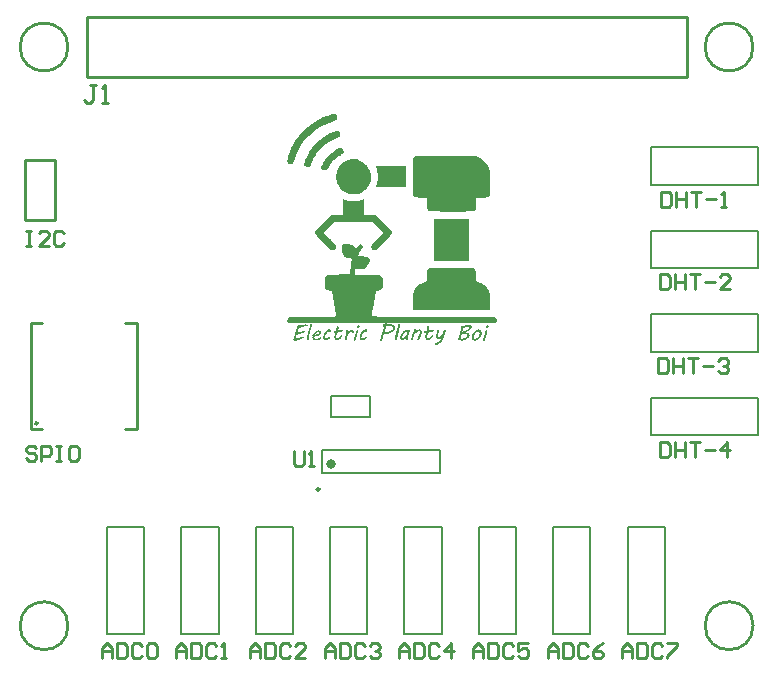
<source format=gto>
G04 Layer_Color=15132400*
%FSAX24Y24*%
%MOIN*%
G70*
G01*
G75*
%ADD14C,0.0100*%
%ADD25C,0.0157*%
%ADD26C,0.0098*%
%ADD27C,0.0079*%
%ADD28C,0.0059*%
%ADD29C,0.0060*%
%ADD30C,0.0050*%
G36*
X031549Y030226D02*
X031555Y030223D01*
X031556Y030222D01*
X031559Y030221D01*
X031562Y030218D01*
X031566Y030213D01*
X031567Y030212D01*
X031568Y030209D01*
X031570Y030204D01*
X031572Y030198D01*
Y030197D01*
X031574Y030193D01*
X031575Y030188D01*
Y030182D01*
Y030181D01*
Y030177D01*
X031574Y030171D01*
X031572Y030166D01*
X031546Y030063D01*
X031547D01*
X031549Y030064D01*
X031552D01*
X031558Y030066D01*
X031569Y030068D01*
X031580Y030070D01*
X031581D01*
X031582Y030071D01*
X031590Y030072D01*
X031600Y030073D01*
X031611Y030076D01*
X031612D01*
X031615Y030077D01*
X031621Y030078D01*
X031630Y030079D01*
X031640Y030081D01*
X031641D01*
X031642Y030082D01*
X031648Y030083D01*
X031655Y030084D01*
X031661Y030087D01*
X031662D01*
X031667Y030088D01*
X031671Y030089D01*
X031676Y030090D01*
X031677D01*
X031679Y030091D01*
X031689D01*
X031697Y030090D01*
X031701D01*
X031708Y030088D01*
X031709D01*
X031710Y030087D01*
X031716Y030081D01*
X031717Y030080D01*
X031718Y030079D01*
X031719Y030076D01*
Y030071D01*
Y030070D01*
Y030066D01*
X031717Y030061D01*
X031715Y030056D01*
X031713Y030054D01*
X031712Y030051D01*
X031706Y030043D01*
X031705Y030042D01*
X031702Y030041D01*
X031699Y030038D01*
X031693Y030036D01*
X031692D01*
X031689Y030033D01*
X031685Y030032D01*
X031680Y030031D01*
X031679D01*
X031676Y030030D01*
X031671Y030029D01*
X031665Y030028D01*
X031663D01*
X031659Y030027D01*
X031652Y030026D01*
X031645Y030023D01*
X031642D01*
X031638Y030022D01*
X031630Y030020D01*
X031621Y030018D01*
X031619D01*
X031614Y030016D01*
X031607Y030014D01*
X031598Y030012D01*
X031597D01*
X031596Y030011D01*
X031588Y030010D01*
X031579Y030007D01*
X031569Y030004D01*
X031567D01*
X031562Y030003D01*
X031556Y030002D01*
X031549Y030000D01*
X031548D01*
X031545Y029999D01*
X031536Y029998D01*
X031528D01*
Y029997D01*
X031527Y029994D01*
X031526Y029990D01*
X031524Y029984D01*
X031519Y029971D01*
X031515Y029957D01*
Y029956D01*
X031514Y029953D01*
Y029949D01*
X031512Y029944D01*
X031509Y029932D01*
X031507Y029919D01*
Y029918D01*
Y029916D01*
X031506Y029913D01*
X031505Y029909D01*
X031504Y029899D01*
X031501Y029888D01*
Y029886D01*
Y029880D01*
X031500Y029873D01*
Y029868D01*
Y029867D01*
Y029862D01*
Y029856D01*
X031501Y029849D01*
Y029848D01*
X031504Y029843D01*
X031505Y029839D01*
X031508Y029833D01*
X031509Y029832D01*
X031511Y029830D01*
X031515Y029826D01*
X031520Y029822D01*
X031521D01*
X031526Y029821D01*
X031531Y029820D01*
X031539Y029819D01*
X031542D01*
X031546Y029820D01*
X031551D01*
X031562Y029823D01*
X031576Y029829D01*
X031577D01*
X031579Y029831D01*
X031582Y029833D01*
X031587Y029837D01*
X031599Y029844D01*
X031611Y029856D01*
X031612Y029857D01*
X031615Y029859D01*
X031618Y029862D01*
X031622Y029867D01*
X031632Y029878D01*
X031643Y029891D01*
X031645Y029892D01*
X031646Y029894D01*
X031649Y029899D01*
X031652Y029903D01*
X031661Y029916D01*
X031671Y029928D01*
X031672Y029929D01*
X031675Y029931D01*
X031678Y029933D01*
X031683Y029934D01*
X031685D01*
X031688Y029933D01*
X031690D01*
X031693Y029931D01*
X031695D01*
X031696Y029930D01*
X031699Y029927D01*
X031700Y029926D01*
X031701Y029920D01*
Y029918D01*
Y029916D01*
Y029914D01*
X031700Y029912D01*
X031699Y029908D01*
X031697Y029901D01*
X031690Y029887D01*
X031682Y029870D01*
Y029869D01*
X031680Y029867D01*
X031678Y029862D01*
X031675Y029856D01*
X031667Y029841D01*
X031658Y029824D01*
X031657Y029823D01*
X031655Y029820D01*
X031651Y029814D01*
X031646Y029809D01*
X031645Y029808D01*
X031641Y029804D01*
X031637Y029800D01*
X031630Y029794D01*
X031629Y029793D01*
X031626Y029790D01*
X031620Y029786D01*
X031614Y029781D01*
X031612Y029780D01*
X031608Y029778D01*
X031602Y029773D01*
X031597Y029770D01*
X031596D01*
X031595Y029769D01*
X031588Y029766D01*
X031578Y029761D01*
X031566Y029758D01*
X031563D01*
X031556Y029757D01*
X031546Y029756D01*
X031535Y029754D01*
X031526D01*
X031520Y029756D01*
X031507Y029758D01*
X031492Y029762D01*
X031491D01*
X031489Y029763D01*
X031486Y029766D01*
X031482Y029769D01*
X031471Y029776D01*
X031461Y029786D01*
Y029787D01*
X031459Y029788D01*
X031457Y029791D01*
X031455Y029796D01*
X031448Y029807D01*
X031442Y029820D01*
Y029821D01*
X031441Y029823D01*
X031440Y029828D01*
X031439Y029833D01*
X031437Y029847D01*
X031436Y029862D01*
Y029863D01*
Y029868D01*
Y029873D01*
X031437Y029882D01*
Y029891D01*
X031439Y029902D01*
X031442Y029926D01*
Y029927D01*
X031444Y029931D01*
X031446Y029938D01*
X031447Y029946D01*
X031450Y029956D01*
X031452Y029967D01*
X031458Y029989D01*
X031451D01*
X031446Y029990D01*
X031438Y029991D01*
X031437Y029992D01*
X031432Y029993D01*
X031427Y029996D01*
X031420Y029999D01*
X031419Y030000D01*
X031416Y030002D01*
X031407Y030009D01*
X031406Y030010D01*
X031405Y030013D01*
X031404Y030018D01*
X031402Y030024D01*
Y030026D01*
Y030027D01*
X031404Y030032D01*
Y030033D01*
X031405Y030036D01*
X031408Y030042D01*
X031409Y030043D01*
X031410Y030046D01*
X031415Y030051D01*
X031416Y030052D01*
X031418Y030053D01*
X031421Y030054D01*
X031475D01*
X031477Y030056D01*
X031480Y030057D01*
X031482Y030060D01*
X031484Y030061D01*
X031485Y030064D01*
X031487Y030072D01*
Y030073D01*
X031488Y030076D01*
X031489Y030080D01*
X031490Y030084D01*
X031492Y030097D01*
X031496Y030109D01*
Y030110D01*
X031497Y030111D01*
X031498Y030118D01*
X031500Y030127D01*
X031502Y030134D01*
X031504Y030137D01*
X031505Y030141D01*
X031506Y030147D01*
X031507Y030152D01*
Y030153D01*
X031508Y030157D01*
X031509Y030163D01*
Y030164D01*
Y030167D01*
Y030172D01*
Y030173D01*
Y030176D01*
Y030179D01*
Y030184D01*
Y030188D01*
Y030189D01*
Y030190D01*
Y030196D01*
Y030197D01*
Y030199D01*
X031510Y030203D01*
X031512Y030209D01*
Y030210D01*
X031515Y030213D01*
X031517Y030217D01*
X031520Y030221D01*
X031521Y030222D01*
X031525Y030224D01*
X031530Y030227D01*
X031538Y030228D01*
X031544D01*
X031549Y030226D01*
D02*
G37*
G36*
X028522D02*
X028527Y030223D01*
X028528Y030222D01*
X028532Y030221D01*
X028535Y030218D01*
X028538Y030213D01*
X028539Y030212D01*
X028540Y030209D01*
X028543Y030204D01*
X028545Y030198D01*
Y030197D01*
X028546Y030193D01*
X028547Y030188D01*
Y030182D01*
Y030181D01*
Y030177D01*
X028546Y030171D01*
X028545Y030166D01*
X028518Y030063D01*
X028519D01*
X028522Y030064D01*
X028525D01*
X028530Y030066D01*
X028542Y030068D01*
X028553Y030070D01*
X028554D01*
X028555Y030071D01*
X028563Y030072D01*
X028573Y030073D01*
X028584Y030076D01*
X028585D01*
X028587Y030077D01*
X028594Y030078D01*
X028603Y030079D01*
X028613Y030081D01*
X028614D01*
X028615Y030082D01*
X028620Y030083D01*
X028627Y030084D01*
X028634Y030087D01*
X028635D01*
X028639Y030088D01*
X028644Y030089D01*
X028648Y030090D01*
X028649D01*
X028652Y030091D01*
X028662D01*
X028669Y030090D01*
X028674D01*
X028680Y030088D01*
X028682D01*
X028683Y030087D01*
X028688Y030081D01*
X028689Y030080D01*
X028690Y030079D01*
X028692Y030076D01*
Y030071D01*
Y030070D01*
Y030066D01*
X028689Y030061D01*
X028687Y030056D01*
X028686Y030054D01*
X028685Y030051D01*
X028678Y030043D01*
X028677Y030042D01*
X028675Y030041D01*
X028672Y030038D01*
X028666Y030036D01*
X028665D01*
X028662Y030033D01*
X028657Y030032D01*
X028653Y030031D01*
X028652D01*
X028648Y030030D01*
X028644Y030029D01*
X028637Y030028D01*
X028636D01*
X028632Y030027D01*
X028625Y030026D01*
X028617Y030023D01*
X028615D01*
X028610Y030022D01*
X028603Y030020D01*
X028594Y030018D01*
X028592D01*
X028586Y030016D01*
X028579Y030014D01*
X028570Y030012D01*
X028569D01*
X028568Y030011D01*
X028560Y030010D01*
X028552Y030007D01*
X028542Y030004D01*
X028539D01*
X028535Y030003D01*
X028528Y030002D01*
X028522Y030000D01*
X028520D01*
X028517Y029999D01*
X028508Y029998D01*
X028500D01*
Y029997D01*
X028499Y029994D01*
X028498Y029990D01*
X028496Y029984D01*
X028492Y029971D01*
X028487Y029957D01*
Y029956D01*
X028486Y029953D01*
Y029949D01*
X028485Y029944D01*
X028482Y029932D01*
X028479Y029919D01*
Y029918D01*
Y029916D01*
X028478Y029913D01*
X028477Y029909D01*
X028476Y029899D01*
X028474Y029888D01*
Y029886D01*
Y029880D01*
X028473Y029873D01*
Y029868D01*
Y029867D01*
Y029862D01*
Y029856D01*
X028474Y029849D01*
Y029848D01*
X028476Y029843D01*
X028477Y029839D01*
X028480Y029833D01*
X028482Y029832D01*
X028484Y029830D01*
X028487Y029826D01*
X028493Y029822D01*
X028494D01*
X028498Y029821D01*
X028504Y029820D01*
X028512Y029819D01*
X028515D01*
X028518Y029820D01*
X028524D01*
X028535Y029823D01*
X028548Y029829D01*
X028549D01*
X028552Y029831D01*
X028555Y029833D01*
X028559Y029837D01*
X028572Y029844D01*
X028584Y029856D01*
X028585Y029857D01*
X028587Y029859D01*
X028590Y029862D01*
X028595Y029867D01*
X028605Y029878D01*
X028616Y029891D01*
X028617Y029892D01*
X028618Y029894D01*
X028622Y029899D01*
X028625Y029903D01*
X028634Y029916D01*
X028644Y029928D01*
X028645Y029929D01*
X028647Y029931D01*
X028650Y029933D01*
X028656Y029934D01*
X028657D01*
X028660Y029933D01*
X028663D01*
X028666Y029931D01*
X028667D01*
X028668Y029930D01*
X028672Y029927D01*
X028673Y029926D01*
X028674Y029920D01*
Y029918D01*
Y029916D01*
Y029914D01*
X028673Y029912D01*
X028672Y029908D01*
X028669Y029901D01*
X028663Y029887D01*
X028655Y029870D01*
Y029869D01*
X028653Y029867D01*
X028650Y029862D01*
X028647Y029856D01*
X028639Y029841D01*
X028630Y029824D01*
X028629Y029823D01*
X028627Y029820D01*
X028624Y029814D01*
X028618Y029809D01*
X028617Y029808D01*
X028614Y029804D01*
X028609Y029800D01*
X028603Y029794D01*
X028602Y029793D01*
X028598Y029790D01*
X028593Y029786D01*
X028586Y029781D01*
X028585Y029780D01*
X028580Y029778D01*
X028575Y029773D01*
X028569Y029770D01*
X028568D01*
X028567Y029769D01*
X028560Y029766D01*
X028550Y029761D01*
X028538Y029758D01*
X028536D01*
X028528Y029757D01*
X028518Y029756D01*
X028507Y029754D01*
X028498D01*
X028493Y029756D01*
X028479Y029758D01*
X028465Y029762D01*
X028464D01*
X028462Y029763D01*
X028458Y029766D01*
X028455Y029769D01*
X028444Y029776D01*
X028434Y029786D01*
Y029787D01*
X028432Y029788D01*
X028429Y029791D01*
X028427Y029796D01*
X028420Y029807D01*
X028415Y029820D01*
Y029821D01*
X028414Y029823D01*
X028413Y029828D01*
X028412Y029833D01*
X028409Y029847D01*
X028408Y029862D01*
Y029863D01*
Y029868D01*
Y029873D01*
X028409Y029882D01*
Y029891D01*
X028412Y029902D01*
X028415Y029926D01*
Y029927D01*
X028416Y029931D01*
X028418Y029938D01*
X028419Y029946D01*
X028423Y029956D01*
X028425Y029967D01*
X028430Y029989D01*
X028424D01*
X028418Y029990D01*
X028410Y029991D01*
X028409Y029992D01*
X028405Y029993D01*
X028399Y029996D01*
X028393Y029999D01*
X028392Y030000D01*
X028388Y030002D01*
X028379Y030009D01*
X028378Y030010D01*
X028377Y030013D01*
X028376Y030018D01*
X028375Y030024D01*
Y030026D01*
Y030027D01*
X028376Y030032D01*
Y030033D01*
X028377Y030036D01*
X028380Y030042D01*
X028382Y030043D01*
X028383Y030046D01*
X028387Y030051D01*
X028388Y030052D01*
X028390Y030053D01*
X028394Y030054D01*
X028447D01*
X028449Y030056D01*
X028453Y030057D01*
X028455Y030060D01*
X028456Y030061D01*
X028457Y030064D01*
X028459Y030072D01*
Y030073D01*
X028460Y030076D01*
X028462Y030080D01*
X028463Y030084D01*
X028465Y030097D01*
X028468Y030109D01*
Y030110D01*
X028469Y030111D01*
X028470Y030118D01*
X028473Y030127D01*
X028475Y030134D01*
X028476Y030137D01*
X028477Y030141D01*
X028478Y030147D01*
X028479Y030152D01*
Y030153D01*
X028480Y030157D01*
X028482Y030163D01*
Y030164D01*
Y030167D01*
Y030172D01*
Y030173D01*
Y030176D01*
Y030179D01*
Y030184D01*
Y030188D01*
Y030189D01*
Y030190D01*
Y030196D01*
Y030197D01*
Y030199D01*
X028483Y030203D01*
X028485Y030209D01*
Y030210D01*
X028487Y030213D01*
X028489Y030217D01*
X028493Y030221D01*
X028494Y030222D01*
X028497Y030224D01*
X028503Y030227D01*
X028510Y030228D01*
X028516D01*
X028522Y030226D01*
D02*
G37*
G36*
X027894Y030072D02*
X027906Y030071D01*
X027918Y030068D01*
X027919D01*
X027921Y030067D01*
X027927Y030064D01*
X027936Y030060D01*
X027944Y030054D01*
X027946Y030053D01*
X027949Y030049D01*
X027955Y030041D01*
X027959Y030032D01*
X027961Y030030D01*
X027963Y030024D01*
X027964Y030016D01*
X027965Y030006D01*
Y030003D01*
Y029998D01*
X027964Y029991D01*
X027962Y029982D01*
Y029981D01*
X027961Y029979D01*
X027959Y029976D01*
X027957Y029970D01*
X027951Y029959D01*
X027942Y029947D01*
X027941Y029946D01*
X027939Y029944D01*
X027933Y029938D01*
X027923Y029929D01*
X027909Y029919D01*
X027908D01*
X027906Y029917D01*
X027903Y029914D01*
X027898Y029912D01*
X027885Y029907D01*
X027869Y029900D01*
X027868D01*
X027866Y029899D01*
X027862Y029898D01*
X027856Y029896D01*
X027842Y029892D01*
X027825Y029888D01*
X027824D01*
X027822Y029887D01*
X027817D01*
X027812Y029886D01*
X027798Y029882D01*
X027783Y029880D01*
X027779D01*
X027776Y029879D01*
X027771D01*
X027759Y029878D01*
X027747Y029876D01*
Y029874D01*
X027745Y029871D01*
X027744Y029866D01*
X027742Y029859D01*
Y029858D01*
X027741Y029853D01*
X027739Y029847D01*
Y029840D01*
Y029839D01*
Y029837D01*
X027741Y029832D01*
X027742Y029828D01*
X027744Y029822D01*
X027746Y029817D01*
X027751Y029811D01*
X027756Y029807D01*
X027757D01*
X027759Y029804D01*
X027763Y029803D01*
X027768Y029801D01*
X027775Y029799D01*
X027783Y029798D01*
X027792Y029796D01*
X027813D01*
X027824Y029797D01*
X027835Y029799D01*
X027836D01*
X027837Y029800D01*
X027845Y029802D01*
X027854Y029806D01*
X027864Y029809D01*
X027865D01*
X027866Y029810D01*
X027873Y029813D01*
X027882Y029818D01*
X027891Y029822D01*
X027892D01*
X027893Y029823D01*
X027898Y029827D01*
X027906Y029831D01*
X027914Y029837D01*
X027915D01*
X027916Y029838D01*
X027922Y029842D01*
X027929Y029847D01*
X027938Y029851D01*
X027939D01*
X027941Y029852D01*
X027946Y029854D01*
X027953Y029856D01*
X027959Y029857D01*
X027964D01*
X027968Y029854D01*
X027971Y029852D01*
X027972Y029851D01*
X027973Y029850D01*
X027974Y029847D01*
Y029843D01*
Y029841D01*
Y029837D01*
Y029836D01*
X027973Y029832D01*
Y029831D01*
X027972Y029827D01*
X027969Y029820D01*
X027966Y029813D01*
X027965Y029812D01*
X027963Y029808D01*
X027957Y029803D01*
X027952Y029798D01*
X027951Y029797D01*
X027945Y029793D01*
X027937Y029788D01*
X027928Y029781D01*
X027916Y029774D01*
X027903Y029768D01*
X027888Y029761D01*
X027874Y029756D01*
X027872D01*
X027867Y029753D01*
X027859Y029752D01*
X027848Y029750D01*
X027836Y029748D01*
X027822Y029746D01*
X027806Y029744D01*
X027789Y029743D01*
X027777D01*
X027768Y029744D01*
X027766D01*
X027762Y029746D01*
X027754Y029747D01*
X027744Y029749D01*
X027742D01*
X027736Y029751D01*
X027728Y029753D01*
X027719Y029757D01*
X027717Y029758D01*
X027712Y029761D01*
X027705Y029767D01*
X027697Y029773D01*
X027696Y029776D01*
X027692Y029780D01*
X027686Y029788D01*
X027682Y029798D01*
Y029799D01*
X027681Y029801D01*
X027679Y029803D01*
Y029808D01*
X027677Y029820D01*
X027676Y029834D01*
Y029836D01*
Y029838D01*
Y029841D01*
X027677Y029846D01*
X027678Y029858D01*
X027681Y029872D01*
X027679D01*
X027678Y029873D01*
X027675Y029876D01*
X027672Y029878D01*
X027671Y029879D01*
X027669Y029881D01*
X027668Y029884D01*
X027667Y029890D01*
Y029891D01*
Y029892D01*
X027668Y029899D01*
X027671Y029908D01*
X027675Y029916D01*
X027676Y029918D01*
X027682Y029922D01*
X027688Y029927D01*
X027698Y029931D01*
X027699Y029932D01*
X027701Y029937D01*
X027705Y029943D01*
X027709Y029952D01*
Y029953D01*
X027711Y029954D01*
X027715Y029961D01*
X027722Y029970D01*
X027731Y029981D01*
X027732Y029982D01*
X027733Y029984D01*
X027735Y029988D01*
X027738Y029991D01*
X027747Y030002D01*
X027758Y030013D01*
X027759Y030014D01*
X027762Y030017D01*
X027765Y030019D01*
X027769Y030023D01*
X027781Y030033D01*
X027794Y030043D01*
X027795Y030044D01*
X027797Y030046D01*
X027801Y030048D01*
X027806Y030051D01*
X027819Y030058D01*
X027835Y030064D01*
X027836D01*
X027839Y030066D01*
X027844Y030068D01*
X027849Y030069D01*
X027856Y030071D01*
X027864Y030072D01*
X027882Y030073D01*
X027889D01*
X027894Y030072D01*
D02*
G37*
G36*
X028846Y030099D02*
X028850Y030097D01*
X028852Y030096D01*
X028854Y030093D01*
X028857Y030090D01*
X028860Y030086D01*
X028862Y030084D01*
X028863Y030081D01*
X028865Y030077D01*
X028866Y030070D01*
Y030069D01*
X028867Y030064D01*
Y030058D01*
Y030051D01*
Y030050D01*
Y030048D01*
Y030043D01*
X028866Y030039D01*
Y030038D01*
Y030036D01*
Y030030D01*
X028868Y030032D01*
X028873Y030037D01*
X028879Y030044D01*
X028887Y030052D01*
X028888D01*
X028889Y030054D01*
X028895Y030059D01*
X028903Y030066D01*
X028912Y030072D01*
X028913D01*
X028914Y030073D01*
X028920Y030078D01*
X028929Y030082D01*
X028939Y030087D01*
X028940D01*
X028942Y030088D01*
X028948Y030090D01*
X028958Y030091D01*
X028969Y030092D01*
X028973D01*
X028980Y030091D01*
X028982D01*
X028985Y030090D01*
X028989Y030089D01*
X028994Y030088D01*
X028995D01*
X028998Y030087D01*
X029003Y030086D01*
X029008Y030083D01*
X029009Y030082D01*
X029013Y030081D01*
X029018Y030078D01*
X029024Y030074D01*
X029025D01*
X029026Y030073D01*
X029030Y030069D01*
X029037Y030061D01*
X029044Y030052D01*
Y030051D01*
X029045Y030050D01*
X029048Y030043D01*
X029050Y030034D01*
X029052Y030024D01*
Y030023D01*
Y030021D01*
X029050Y030017D01*
X029049Y030012D01*
Y030011D01*
X029048Y030008D01*
X029047Y030004D01*
X029044Y030000D01*
X029043Y029999D01*
X029042Y029998D01*
X029035Y029992D01*
X029034D01*
X029032Y029991D01*
X029028Y029990D01*
X029024Y029989D01*
X029019D01*
X029015Y029990D01*
X029008Y029991D01*
X029007Y029992D01*
X029003Y029993D01*
X028998Y029997D01*
X028994Y030000D01*
X028993Y030001D01*
X028988Y030006D01*
Y030007D01*
X028987Y030008D01*
X028984Y030013D01*
Y030014D01*
X028983Y030016D01*
X028979Y030021D01*
Y030022D01*
X028978Y030023D01*
X028976Y030026D01*
X028975Y030027D01*
X028962D01*
X028957Y030026D01*
X028945Y030022D01*
X028933Y030017D01*
X028932D01*
X028929Y030016D01*
X028927Y030013D01*
X028923Y030011D01*
X028913Y030003D01*
X028902Y029994D01*
X028900Y029993D01*
X028899Y029992D01*
X028893Y029986D01*
X028884Y029977D01*
X028875Y029966D01*
Y029964D01*
X028873Y029963D01*
X028868Y029957D01*
X028860Y029948D01*
X028854Y029938D01*
Y029937D01*
X028853Y029932D01*
X028850Y029927D01*
X028849Y029919D01*
X028846Y029909D01*
X028844Y029899D01*
X028837Y029874D01*
Y029873D01*
X028836Y029869D01*
X028834Y029862D01*
X028832Y029853D01*
X028829Y029843D01*
X028826Y029831D01*
X028819Y029806D01*
Y029796D01*
Y029793D01*
Y029789D01*
Y029782D01*
X028818Y029773D01*
Y029771D01*
Y029767D01*
X028817Y029760D01*
X028815Y029753D01*
X028814D01*
X028812Y029751D01*
X028808Y029749D01*
X028803Y029747D01*
X028802Y029746D01*
X028798Y029744D01*
X028793Y029743D01*
X028786Y029742D01*
X028784D01*
X028777Y029743D01*
X028769Y029746D01*
X028763Y029751D01*
X028762Y029753D01*
X028759Y029758D01*
X028757Y029766D01*
X028756Y029774D01*
Y029776D01*
Y029778D01*
Y029782D01*
X028757Y029787D01*
Y029788D01*
X028758Y029791D01*
X028759Y029797D01*
X028760Y029803D01*
X028762Y029811D01*
X028764Y029821D01*
X028768Y029842D01*
Y029843D01*
X028769Y029848D01*
X028770Y029853D01*
X028773Y029862D01*
X028774Y029871D01*
X028776Y029881D01*
X028780Y029904D01*
Y029906D01*
X028782Y029910D01*
X028783Y029916D01*
X028785Y029923D01*
X028786Y029933D01*
X028788Y029943D01*
X028793Y029966D01*
Y029967D01*
X028794Y029971D01*
X028795Y029977D01*
X028797Y029984D01*
X028798Y029993D01*
X028800Y030002D01*
X028804Y030021D01*
Y030022D01*
Y030023D01*
Y030027D01*
Y030028D01*
Y030029D01*
Y030033D01*
Y030036D01*
Y030040D01*
Y030048D01*
X028805Y030056D01*
Y030057D01*
Y030058D01*
X028806Y030063D01*
X028808Y030070D01*
X028809Y030077D01*
Y030078D01*
X028810Y030079D01*
X028813Y030084D01*
X028815Y030091D01*
X028818Y030096D01*
X028819Y030097D01*
X028822Y030099D01*
X028827Y030100D01*
X028834Y030101D01*
X028840D01*
X028846Y030099D01*
D02*
G37*
G36*
X030891Y030087D02*
X030897Y030084D01*
X030898D01*
X030901Y030082D01*
X030906Y030080D01*
X030909Y030077D01*
X030910Y030076D01*
X030911Y030073D01*
X030914Y030070D01*
X030916Y030066D01*
Y030064D01*
X030917Y030062D01*
X030918Y030058D01*
Y030052D01*
Y030051D01*
Y030047D01*
X030917Y030041D01*
X030915Y030034D01*
Y030033D01*
X030914Y030029D01*
X030911Y030023D01*
X030909Y030018D01*
X030861Y029826D01*
Y029824D01*
Y029823D01*
X030860Y029817D01*
X030859Y029807D01*
X030858Y029797D01*
Y029794D01*
X030857Y029789D01*
X030856Y029781D01*
X030855Y029772D01*
X030854Y029770D01*
X030852Y029768D01*
X030851Y029764D01*
Y029763D01*
X030850Y029761D01*
X030849Y029759D01*
X030846Y029754D01*
X030845Y029753D01*
X030844Y029752D01*
X030837Y029748D01*
X030836D01*
X030834Y029747D01*
X030828Y029746D01*
X030810D01*
X030805Y029747D01*
X030804D01*
X030801Y029748D01*
X030798Y029749D01*
X030795Y029750D01*
X030792Y029751D01*
X030790Y029756D01*
Y029757D01*
Y029759D01*
X030789Y029766D01*
Y029768D01*
Y029772D01*
X030790Y029780D01*
X030791Y029790D01*
Y029791D01*
Y029793D01*
X030792Y029796D01*
Y029800D01*
X030794Y029812D01*
Y029827D01*
X030791Y029826D01*
X030786Y029821D01*
X030777Y029814D01*
X030767Y029806D01*
X030766D01*
X030765Y029803D01*
X030758Y029799D01*
X030748Y029791D01*
X030737Y029783D01*
X030736D01*
X030735Y029781D01*
X030727Y029777D01*
X030717Y029771D01*
X030706Y029764D01*
X030705D01*
X030704Y029763D01*
X030697Y029761D01*
X030687Y029759D01*
X030677Y029758D01*
X030670D01*
X030664Y029759D01*
X030656Y029761D01*
X030655Y029762D01*
X030650Y029763D01*
X030645Y029767D01*
X030639Y029770D01*
X030638Y029771D01*
X030636Y029772D01*
X030629Y029779D01*
X030619Y029789D01*
X030611Y029800D01*
Y029801D01*
X030610Y029803D01*
X030609Y029806D01*
X030608Y029810D01*
X030605Y029821D01*
X030604Y029836D01*
Y029837D01*
Y029841D01*
Y029848D01*
X030605Y029854D01*
Y029857D01*
X030606Y029861D01*
X030608Y029868D01*
X030610Y029877D01*
Y029878D01*
X030611Y029879D01*
Y029882D01*
X030612Y029887D01*
X030616Y029898D01*
X030621Y029912D01*
X030628Y029928D01*
X030636Y029946D01*
X030646Y029964D01*
X030657Y029983D01*
Y029984D01*
X030658Y029986D01*
X030664Y029991D01*
X030670Y030001D01*
X030680Y030012D01*
X030692Y030026D01*
X030707Y030039D01*
X030722Y030053D01*
X030740Y030067D01*
X030741Y030068D01*
X030744Y030069D01*
X030748Y030071D01*
X030752Y030073D01*
X030765Y030079D01*
X030779Y030083D01*
X030780D01*
X030782Y030084D01*
X030786D01*
X030791Y030086D01*
X030804Y030087D01*
X030817Y030088D01*
X030829D01*
X030836Y030087D01*
X030838D01*
X030842Y030086D01*
X030848D01*
X030855Y030084D01*
X030856D01*
X030860Y030086D01*
X030864Y030087D01*
X030869D01*
X030871Y030088D01*
X030886D01*
X030891Y030087D01*
D02*
G37*
G36*
X029464Y030110D02*
X029471Y030109D01*
X029474D01*
X029478Y030107D01*
X029484Y030104D01*
X029489Y030101D01*
X029490Y030100D01*
X029494Y030098D01*
X029498Y030094D01*
X029501Y030089D01*
X029503Y030088D01*
X029504Y030083D01*
X029505Y030077D01*
X029506Y030069D01*
Y030068D01*
Y030064D01*
X029505Y030059D01*
X029504Y030052D01*
Y030051D01*
X029501Y030047D01*
X029499Y030041D01*
X029496Y030036D01*
X029495Y030034D01*
X029493Y030032D01*
X029489Y030028D01*
X029484Y030024D01*
X029483Y030023D01*
X029478Y030022D01*
X029473Y030021D01*
X029466Y030020D01*
X029461D01*
X029456Y030021D01*
X029450Y030022D01*
X029449Y030023D01*
X029446Y030024D01*
X029438Y030029D01*
X029436Y030030D01*
X029431Y030032D01*
X029430Y030033D01*
X029425Y030037D01*
X029424D01*
X029423Y030036D01*
X029416Y030032D01*
X029407Y030027D01*
X029397Y030019D01*
X029395Y030017D01*
X029389Y030012D01*
X029383Y030004D01*
X029374Y029994D01*
X029372Y029992D01*
X029367Y029987D01*
X029360Y029978D01*
X029353Y029967D01*
Y029966D01*
X029351Y029964D01*
X029347Y029958D01*
X029341Y029948D01*
X029336Y029937D01*
Y029936D01*
X029335Y029934D01*
X029332Y029928D01*
X029328Y029919D01*
X029324Y029908D01*
Y029907D01*
X029323Y029906D01*
X029320Y029899D01*
X029318Y029891D01*
X029315Y029882D01*
Y029881D01*
X029314Y029877D01*
X029313Y029870D01*
X029310Y029862D01*
Y029860D01*
X029309Y029856D01*
X029308Y029848D01*
Y029840D01*
Y029839D01*
Y029836D01*
Y029831D01*
X029309Y029827D01*
Y029826D01*
X029310Y029822D01*
X029315Y029814D01*
X029316Y029813D01*
X029317Y029812D01*
X029323Y029807D01*
X029324D01*
X029327Y029806D01*
X029332Y029804D01*
X029345D01*
X029353Y029806D01*
X029362Y029807D01*
X029363D01*
X029364Y029808D01*
X029369Y029809D01*
X029377Y029812D01*
X029386Y029816D01*
X029387D01*
X029388Y029817D01*
X029394Y029819D01*
X029402Y029823D01*
X029409Y029828D01*
X029410D01*
X029411Y029829D01*
X029417Y029832D01*
X029425Y029837D01*
X029433Y029841D01*
X029434Y029842D01*
X029437Y029844D01*
X029441Y029847D01*
X029446Y029850D01*
X029447Y029851D01*
X029450Y029852D01*
X029458Y029858D01*
X029459Y029859D01*
X029463Y029860D01*
X029470Y029864D01*
X029471D01*
X029474Y029866D01*
X029479Y029867D01*
X029483D01*
X029486Y029866D01*
X029489Y029863D01*
X029490D01*
X029493Y029861D01*
X029494Y029859D01*
X029495Y029854D01*
Y029853D01*
Y029851D01*
X029493Y029844D01*
Y029843D01*
X029491Y029842D01*
X029489Y029836D01*
X029484Y029828D01*
X029478Y029819D01*
X029477Y029817D01*
X029473Y029812D01*
X029467Y029806D01*
X029459Y029799D01*
X029457Y029798D01*
X029453Y029793D01*
X029445Y029788D01*
X029436Y029782D01*
X029434Y029781D01*
X029428Y029778D01*
X029421Y029774D01*
X029413Y029770D01*
X029411D01*
X029408Y029768D01*
X029404Y029766D01*
X029398Y029763D01*
X029383Y029758D01*
X029366Y029752D01*
X029365D01*
X029363Y029751D01*
X029358D01*
X029353Y029750D01*
X029340Y029749D01*
X029328Y029748D01*
X029320D01*
X029316Y029749D01*
X029315D01*
X029312Y029750D01*
X029304D01*
X029303Y029751D01*
X029299Y029752D01*
X029294Y029756D01*
X029287Y029759D01*
X029274Y029770D01*
X029266Y029777D01*
X029260Y029784D01*
Y029786D01*
X029258Y029789D01*
X029256Y029793D01*
X029254Y029799D01*
X029252Y029807D01*
X029249Y029816D01*
X029248Y029826D01*
X029247Y029836D01*
Y029837D01*
Y029838D01*
Y029843D01*
X029248Y029852D01*
X029249Y029862D01*
Y029863D01*
Y029864D01*
X029252Y029871D01*
X029253Y029880D01*
X029256Y029891D01*
Y029892D01*
X029257Y029897D01*
X029259Y029902D01*
X029262Y029909D01*
X029264Y029918D01*
X029267Y029928D01*
X029276Y029950D01*
X029277Y029951D01*
X029278Y029956D01*
X029282Y029961D01*
X029285Y029969D01*
X029289Y029978D01*
X029295Y029988D01*
X029308Y030009D01*
X029309Y030010D01*
X029312Y030013D01*
X029316Y030019D01*
X029322Y030027D01*
X029328Y030034D01*
X029336Y030043D01*
X029353Y030061D01*
X029354Y030062D01*
X029357Y030066D01*
X029362Y030070D01*
X029368Y030076D01*
X029376Y030081D01*
X029386Y030089D01*
X029406Y030101D01*
X029408Y030102D01*
X029413Y030104D01*
X029419Y030107D01*
X029427Y030109D01*
X029429D01*
X029434Y030110D01*
X029441Y030111D01*
X029457D01*
X029464Y030110D01*
D02*
G37*
G36*
X028249D02*
X028257Y030109D01*
X028259D01*
X028264Y030107D01*
X028269Y030104D01*
X028275Y030101D01*
X028276Y030100D01*
X028279Y030098D01*
X028284Y030094D01*
X028287Y030089D01*
X028288Y030088D01*
X028289Y030083D01*
X028291Y030077D01*
X028292Y030069D01*
Y030068D01*
Y030064D01*
X028291Y030059D01*
X028289Y030052D01*
Y030051D01*
X028287Y030047D01*
X028285Y030041D01*
X028282Y030036D01*
X028280Y030034D01*
X028278Y030032D01*
X028275Y030028D01*
X028269Y030024D01*
X028268Y030023D01*
X028264Y030022D01*
X028258Y030021D01*
X028252Y030020D01*
X028247D01*
X028242Y030021D01*
X028236Y030022D01*
X028235Y030023D01*
X028232Y030024D01*
X028224Y030029D01*
X028222Y030030D01*
X028217Y030032D01*
X028216Y030033D01*
X028210Y030037D01*
X028209D01*
X028208Y030036D01*
X028202Y030032D01*
X028193Y030027D01*
X028183Y030019D01*
X028181Y030017D01*
X028175Y030012D01*
X028168Y030004D01*
X028159Y029994D01*
X028157Y029992D01*
X028153Y029987D01*
X028146Y029978D01*
X028138Y029967D01*
Y029966D01*
X028137Y029964D01*
X028133Y029958D01*
X028127Y029948D01*
X028122Y029937D01*
Y029936D01*
X028121Y029934D01*
X028117Y029928D01*
X028114Y029919D01*
X028109Y029908D01*
Y029907D01*
X028108Y029906D01*
X028106Y029899D01*
X028104Y029891D01*
X028101Y029882D01*
Y029881D01*
X028099Y029877D01*
X028098Y029870D01*
X028096Y029862D01*
Y029860D01*
X028095Y029856D01*
X028094Y029848D01*
Y029840D01*
Y029839D01*
Y029836D01*
Y029831D01*
X028095Y029827D01*
Y029826D01*
X028096Y029822D01*
X028101Y029814D01*
X028102Y029813D01*
X028103Y029812D01*
X028108Y029807D01*
X028109D01*
X028113Y029806D01*
X028117Y029804D01*
X028131D01*
X028138Y029806D01*
X028147Y029807D01*
X028148D01*
X028149Y029808D01*
X028155Y029809D01*
X028163Y029812D01*
X028172Y029816D01*
X028173D01*
X028174Y029817D01*
X028179Y029819D01*
X028187Y029823D01*
X028195Y029828D01*
X028196D01*
X028197Y029829D01*
X028203Y029832D01*
X028210Y029837D01*
X028218Y029841D01*
X028219Y029842D01*
X028223Y029844D01*
X028227Y029847D01*
X028232Y029850D01*
X028233Y029851D01*
X028236Y029852D01*
X028244Y029858D01*
X028245Y029859D01*
X028248Y029860D01*
X028256Y029864D01*
X028257D01*
X028259Y029866D01*
X028265Y029867D01*
X028268D01*
X028272Y029866D01*
X028275Y029863D01*
X028276D01*
X028278Y029861D01*
X028279Y029859D01*
X028280Y029854D01*
Y029853D01*
Y029851D01*
X028278Y029844D01*
Y029843D01*
X028277Y029842D01*
X028275Y029836D01*
X028269Y029828D01*
X028264Y029819D01*
X028263Y029817D01*
X028258Y029812D01*
X028253Y029806D01*
X028245Y029799D01*
X028243Y029798D01*
X028238Y029793D01*
X028231Y029788D01*
X028222Y029782D01*
X028219Y029781D01*
X028214Y029778D01*
X028207Y029774D01*
X028198Y029770D01*
X028197D01*
X028194Y029768D01*
X028189Y029766D01*
X028184Y029763D01*
X028168Y029758D01*
X028152Y029752D01*
X028151D01*
X028148Y029751D01*
X028144D01*
X028138Y029750D01*
X028126Y029749D01*
X028114Y029748D01*
X028106D01*
X028102Y029749D01*
X028101D01*
X028097Y029750D01*
X028089D01*
X028088Y029751D01*
X028085Y029752D01*
X028079Y029756D01*
X028073Y029759D01*
X028059Y029770D01*
X028052Y029777D01*
X028046Y029784D01*
Y029786D01*
X028044Y029789D01*
X028042Y029793D01*
X028039Y029799D01*
X028037Y029807D01*
X028035Y029816D01*
X028034Y029826D01*
X028033Y029836D01*
Y029837D01*
Y029838D01*
Y029843D01*
X028034Y029852D01*
X028035Y029862D01*
Y029863D01*
Y029864D01*
X028037Y029871D01*
X028038Y029880D01*
X028042Y029891D01*
Y029892D01*
X028043Y029897D01*
X028045Y029902D01*
X028047Y029909D01*
X028049Y029918D01*
X028053Y029928D01*
X028062Y029950D01*
X028063Y029951D01*
X028064Y029956D01*
X028067Y029961D01*
X028071Y029969D01*
X028075Y029978D01*
X028081Y029988D01*
X028094Y030009D01*
X028095Y030010D01*
X028097Y030013D01*
X028102Y030019D01*
X028107Y030027D01*
X028114Y030034D01*
X028122Y030043D01*
X028138Y030061D01*
X028139Y030062D01*
X028143Y030066D01*
X028147Y030070D01*
X028154Y030076D01*
X028162Y030081D01*
X028172Y030089D01*
X028192Y030101D01*
X028194Y030102D01*
X028198Y030104D01*
X028205Y030107D01*
X028213Y030109D01*
X028215D01*
X028219Y030110D01*
X028227Y030111D01*
X028243D01*
X028249Y030110D01*
D02*
G37*
G36*
X033484Y030071D02*
X033486D01*
X033489Y030070D01*
X033496Y030067D01*
X033497D01*
X033498Y030066D01*
X033502Y030060D01*
X033503Y030059D01*
X033504Y030058D01*
X033506Y030054D01*
Y030051D01*
Y030050D01*
Y030048D01*
Y030047D01*
X033504Y030046D01*
X033494Y030008D01*
Y030007D01*
X033493Y030004D01*
Y030001D01*
X033491Y029997D01*
X033490Y029991D01*
X033488Y029984D01*
X033484Y029968D01*
X033479Y029948D01*
X033473Y029926D01*
X033467Y029902D01*
X033460Y029878D01*
Y029877D01*
X033459Y029874D01*
X033458Y029871D01*
X033457Y029867D01*
X033456Y029861D01*
X033453Y029853D01*
X033449Y029837D01*
X033443Y029818D01*
X033438Y029796D01*
X033432Y029772D01*
X033426Y029749D01*
X033424Y029748D01*
X033423Y029743D01*
X033422Y029741D01*
X033419Y029737D01*
X033418Y029734D01*
X033413Y029731D01*
X033412D01*
X033411Y029730D01*
X033404Y029729D01*
X033403D01*
X033399Y029730D01*
X033393Y029731D01*
X033388Y029733D01*
X033387Y029734D01*
X033383Y029736D01*
X033376Y029742D01*
X033374Y029743D01*
X033372Y029746D01*
X033370Y029750D01*
X033368Y029754D01*
Y029756D01*
X033367Y029759D01*
X033366Y029767D01*
Y029768D01*
Y029770D01*
Y029771D01*
Y029773D01*
X033377Y029816D01*
Y029817D01*
X033378Y029819D01*
X033379Y029823D01*
X033380Y029830D01*
X033382Y029837D01*
X033384Y029846D01*
X033390Y029864D01*
Y029866D01*
X033391Y029870D01*
X033393Y029876D01*
X033394Y029883D01*
X033398Y029892D01*
X033400Y029902D01*
X033406Y029924D01*
Y029926D01*
X033407Y029930D01*
X033409Y029936D01*
X033411Y029944D01*
X033413Y029953D01*
X033417Y029964D01*
X033423Y029988D01*
Y029989D01*
X033424Y029993D01*
X033427Y030000D01*
X033429Y030009D01*
X033431Y030018D01*
X033434Y030029D01*
X033440Y030052D01*
Y030053D01*
X033442Y030057D01*
Y030058D01*
X033443Y030059D01*
X033448Y030063D01*
X033449Y030064D01*
X033451Y030066D01*
X033458Y030069D01*
X033459Y030070D01*
X033462Y030071D01*
X033467Y030072D01*
X033477D01*
X033484Y030071D01*
D02*
G37*
G36*
X029174D02*
X029175D01*
X029178Y030070D01*
X029185Y030067D01*
X029186D01*
X029187Y030066D01*
X029192Y030060D01*
X029193Y030059D01*
X029194Y030058D01*
X029195Y030054D01*
Y030051D01*
Y030050D01*
Y030048D01*
Y030047D01*
X029194Y030046D01*
X029184Y030008D01*
Y030007D01*
X029183Y030004D01*
Y030001D01*
X029180Y029997D01*
X029179Y029991D01*
X029177Y029984D01*
X029174Y029968D01*
X029168Y029948D01*
X029163Y029926D01*
X029156Y029902D01*
X029149Y029878D01*
Y029877D01*
X029148Y029874D01*
X029147Y029871D01*
X029146Y029867D01*
X029145Y029861D01*
X029143Y029853D01*
X029138Y029837D01*
X029133Y029818D01*
X029127Y029796D01*
X029122Y029772D01*
X029115Y029749D01*
X029114Y029748D01*
X029113Y029743D01*
X029112Y029741D01*
X029108Y029737D01*
X029107Y029734D01*
X029103Y029731D01*
X029102D01*
X029100Y029730D01*
X029094Y029729D01*
X029093D01*
X029088Y029730D01*
X029083Y029731D01*
X029077Y029733D01*
X029076Y029734D01*
X029073Y029736D01*
X029065Y029742D01*
X029064Y029743D01*
X029062Y029746D01*
X029059Y029750D01*
X029057Y029754D01*
Y029756D01*
X029056Y029759D01*
X029055Y029767D01*
Y029768D01*
Y029770D01*
Y029771D01*
Y029773D01*
X029066Y029816D01*
Y029817D01*
X029067Y029819D01*
X029068Y029823D01*
X029069Y029830D01*
X029072Y029837D01*
X029074Y029846D01*
X029079Y029864D01*
Y029866D01*
X029080Y029870D01*
X029083Y029876D01*
X029084Y029883D01*
X029087Y029892D01*
X029089Y029902D01*
X029095Y029924D01*
Y029926D01*
X029096Y029930D01*
X029098Y029936D01*
X029100Y029944D01*
X029103Y029953D01*
X029106Y029964D01*
X029113Y029988D01*
Y029989D01*
X029114Y029993D01*
X029116Y030000D01*
X029118Y030009D01*
X029120Y030018D01*
X029124Y030029D01*
X029129Y030052D01*
Y030053D01*
X029132Y030057D01*
Y030058D01*
X029133Y030059D01*
X029137Y030063D01*
X029138Y030064D01*
X029140Y030066D01*
X029147Y030069D01*
X029148Y030070D01*
X029152Y030071D01*
X029156Y030072D01*
X029166D01*
X029174Y030071D01*
D02*
G37*
G36*
X031879Y030102D02*
X031880D01*
X031883Y030101D01*
X031888Y030100D01*
X031891Y030097D01*
X031892Y030096D01*
X031895Y030092D01*
X031898Y030087D01*
X031900Y030079D01*
X031901Y030078D01*
X031902Y030073D01*
X031903Y030067D01*
Y030061D01*
Y030060D01*
Y030058D01*
X031902Y030054D01*
X031900Y030048D01*
X031899Y030046D01*
X031898Y030041D01*
X031895Y030036D01*
X031891Y030028D01*
Y030027D01*
X031890Y030022D01*
X031888Y030016D01*
X031886Y030008D01*
X031881Y029990D01*
X031877Y029971D01*
Y029970D01*
X031876Y029968D01*
X031875Y029963D01*
X031873Y029958D01*
X031871Y029946D01*
X031868Y029933D01*
Y029932D01*
Y029931D01*
X031867Y029926D01*
X031866Y029918D01*
X031865Y029910D01*
Y029909D01*
Y029906D01*
X031863Y029901D01*
Y029897D01*
Y029896D01*
Y029893D01*
Y029890D01*
X031865Y029886D01*
X031866Y029874D01*
X031869Y029864D01*
X031870Y029862D01*
X031873Y029859D01*
X031879Y029856D01*
X031886Y029853D01*
X031889D01*
X031893Y029854D01*
X031898Y029856D01*
X031899D01*
X031902Y029858D01*
X031907Y029860D01*
X031913Y029863D01*
X031915Y029864D01*
X031919Y029867D01*
X031925Y029870D01*
X031931Y029876D01*
X031948Y029889D01*
X031966Y029904D01*
X031967Y029906D01*
X031969Y029909D01*
X031973Y029913D01*
X031979Y029919D01*
X031985Y029927D01*
X031991Y029934D01*
X032003Y029953D01*
X032005Y029954D01*
X032006Y029958D01*
X032009Y029963D01*
X032012Y029971D01*
X032017Y029980D01*
X032021Y029990D01*
X032030Y030013D01*
X032031Y030014D01*
X032032Y030019D01*
X032035Y030026D01*
X032038Y030034D01*
X032041Y030044D01*
X032045Y030057D01*
X032048Y030070D01*
X032051Y030084D01*
X032052Y030086D01*
X032055Y030089D01*
X032056Y030090D01*
X032057Y030091D01*
X032061Y030093D01*
X032062D01*
X032065Y030094D01*
X032070Y030097D01*
X032071D01*
X032072Y030098D01*
X032078Y030099D01*
X032085D01*
X032089Y030098D01*
X032099Y030094D01*
X032108Y030088D01*
X032109Y030086D01*
X032113Y030081D01*
X032117Y030072D01*
X032118Y030060D01*
Y030059D01*
Y030054D01*
X032117Y030048D01*
X032115Y030039D01*
Y030038D01*
Y030037D01*
X032112Y030030D01*
X032110Y030020D01*
X032107Y030008D01*
Y030007D01*
X032106Y030006D01*
X032105Y029998D01*
X032101Y029989D01*
X032098Y029978D01*
Y029977D01*
X032097Y029976D01*
X032096Y029970D01*
X032093Y029962D01*
X032091Y029956D01*
X032073Y029906D01*
Y029904D01*
X032071Y029900D01*
X032069Y029893D01*
X032066Y029884D01*
X032062Y029874D01*
X032059Y029864D01*
X032051Y029842D01*
Y029841D01*
X032050Y029838D01*
X032048Y029832D01*
X032046Y029824D01*
X032042Y029817D01*
X032039Y029808D01*
X032031Y029789D01*
Y029788D01*
X032029Y029784D01*
X032027Y029780D01*
X032025Y029774D01*
X032017Y029759D01*
X032007Y029743D01*
X032006Y029742D01*
X032005Y029740D01*
X032001Y029736D01*
X031998Y029730D01*
X031987Y029716D01*
X031973Y029700D01*
X031972Y029699D01*
X031970Y029697D01*
X031966Y029692D01*
X031961Y029687D01*
X031955Y029680D01*
X031947Y029673D01*
X031928Y029658D01*
X031927Y029657D01*
X031923Y029654D01*
X031918Y029650D01*
X031910Y029644D01*
X031901Y029637D01*
X031890Y029630D01*
X031878Y029621D01*
X031865Y029613D01*
X031863D01*
X031861Y029611D01*
X031857Y029609D01*
X031851Y029606D01*
X031837Y029599D01*
X031820Y029591D01*
X031819D01*
X031817Y029590D01*
X031812Y029589D01*
X031807Y029587D01*
X031792Y029583D01*
X031776Y029582D01*
X031772D01*
X031769Y029583D01*
X031766Y029586D01*
X031765Y029587D01*
X031763Y029588D01*
X031758Y029593D01*
Y029594D01*
X031756Y029597D01*
X031752Y029603D01*
Y029604D01*
Y029607D01*
X031751Y029614D01*
Y029616D01*
Y029619D01*
X031752Y029627D01*
Y029628D01*
X031753Y029630D01*
X031757Y029636D01*
X031758Y029637D01*
X031759Y029638D01*
X031763Y029641D01*
X031765D01*
X031766Y029642D01*
X031769Y029644D01*
X031770D01*
X031775Y029646D01*
X031781Y029648D01*
X031789Y029650D01*
X031791D01*
X031797Y029652D01*
X031805Y029654D01*
X031815Y029658D01*
X031816D01*
X031817Y029659D01*
X031823Y029661D01*
X031832Y029664D01*
X031843Y029670D01*
X031845D01*
X031846Y029671D01*
X031849Y029673D01*
X031853Y029676D01*
X031863Y029682D01*
X031876Y029690D01*
X031877Y029691D01*
X031879Y029692D01*
X031882Y029696D01*
X031887Y029699D01*
X031897Y029708D01*
X031910Y029720D01*
X031911Y029721D01*
X031913Y029723D01*
X031917Y029727D01*
X031921Y029731D01*
X031932Y029743D01*
X031945Y029759D01*
X031946Y029760D01*
X031948Y029763D01*
X031950Y029768D01*
X031955Y029773D01*
X031959Y029781D01*
X031965Y029790D01*
X031976Y029810D01*
X031977Y029811D01*
X031978Y029816D01*
X031981Y029821D01*
X031985Y029830D01*
X031988Y029840D01*
X031992Y029851D01*
X031997Y029864D01*
X032000Y029878D01*
X031999Y029877D01*
X031996Y029872D01*
X031991Y029867D01*
X031985Y029860D01*
X031983Y029858D01*
X031979Y029853D01*
X031972Y029848D01*
X031965Y029840D01*
X031962Y029839D01*
X031958Y029834D01*
X031951Y029828D01*
X031943Y029821D01*
X031941Y029820D01*
X031937Y029816D01*
X031930Y029810D01*
X031922Y029804D01*
X031920Y029803D01*
X031916Y029800D01*
X031908Y029796D01*
X031900Y029792D01*
X031899D01*
X031895Y029791D01*
X031888Y029790D01*
X031881Y029789D01*
X031877D01*
X031872Y029790D01*
X031867D01*
X031853Y029793D01*
X031840Y029799D01*
X031839Y029800D01*
X031837Y029801D01*
X031835Y029803D01*
X031830Y029808D01*
X031825Y029812D01*
X031819Y029819D01*
X031813Y029827D01*
X031808Y029836D01*
Y029837D01*
X031806Y029841D01*
X031805Y029847D01*
X031802Y029854D01*
Y029856D01*
Y029857D01*
X031801Y029862D01*
X031800Y029870D01*
Y029879D01*
Y029880D01*
Y029882D01*
Y029886D01*
Y029891D01*
Y029903D01*
X031801Y029917D01*
Y029918D01*
Y029920D01*
X031802Y029923D01*
Y029929D01*
X031805Y029941D01*
X031807Y029956D01*
Y029957D01*
X031808Y029959D01*
X031809Y029963D01*
X031810Y029968D01*
X031812Y029981D01*
X031816Y029997D01*
Y029998D01*
X031817Y030001D01*
X031818Y030006D01*
X031819Y030011D01*
X031821Y030019D01*
X031822Y030027D01*
X031827Y030046D01*
Y030047D01*
Y030050D01*
Y030054D01*
X031828Y030059D01*
Y030060D01*
X031829Y030062D01*
Y030068D01*
Y030069D01*
Y030071D01*
Y030073D01*
Y030074D01*
Y030076D01*
X031830Y030079D01*
X031833Y030086D01*
X031835Y030087D01*
X031836Y030089D01*
X031841Y030096D01*
X031842Y030097D01*
X031845Y030098D01*
X031848Y030100D01*
X031852Y030101D01*
X031853D01*
X031856Y030102D01*
X031863Y030103D01*
X031873D01*
X031879Y030102D01*
D02*
G37*
G36*
X033228Y030107D02*
X033234Y030106D01*
X033249Y030102D01*
X033257Y030098D01*
X033264Y030093D01*
X033266Y030092D01*
X033268Y030091D01*
X033271Y030088D01*
X033277Y030083D01*
X033281Y030078D01*
X033287Y030071D01*
X033292Y030063D01*
X033298Y030054D01*
X033299Y030053D01*
X033300Y030050D01*
X033302Y030044D01*
X033304Y030039D01*
X033306Y030038D01*
X033307Y030034D01*
X033308Y030029D01*
X033310Y030022D01*
X033311Y030021D01*
X033312Y030017D01*
X033313Y030011D01*
X033314Y030004D01*
Y030002D01*
X033316Y029998D01*
Y029991D01*
Y029982D01*
Y029981D01*
Y029978D01*
Y029971D01*
X033314Y029964D01*
X033313Y029956D01*
X033312Y029946D01*
X033307Y029923D01*
Y029922D01*
X033306Y029919D01*
X033303Y029912D01*
X033300Y029906D01*
X033297Y029897D01*
X033292Y029887D01*
X033281Y029866D01*
X033280Y029864D01*
X033278Y029861D01*
X033274Y029856D01*
X033270Y029849D01*
X033263Y029840D01*
X033257Y029831D01*
X033240Y029811D01*
X033239Y029810D01*
X033236Y029807D01*
X033231Y029802D01*
X033224Y029796D01*
X033217Y029789D01*
X033208Y029781D01*
X033188Y029764D01*
X033187Y029763D01*
X033184Y029762D01*
X033180Y029760D01*
X033174Y029757D01*
X033168Y029753D01*
X033161Y029750D01*
X033143Y029743D01*
X033142D01*
X033139Y029742D01*
X033134Y029741D01*
X033128Y029740D01*
X033120Y029738D01*
X033111Y029737D01*
X033091Y029736D01*
X033081D01*
X033074Y029737D01*
X033059Y029739D01*
X033042Y029743D01*
X033041D01*
X033039Y029744D01*
X033036Y029747D01*
X033030Y029749D01*
X033019Y029754D01*
X033008Y029763D01*
Y029764D01*
X033006Y029766D01*
X033003Y029769D01*
X033000Y029773D01*
X032993Y029783D01*
X032988Y029797D01*
Y029798D01*
X032987Y029800D01*
X032986Y029804D01*
X032984Y029809D01*
X032983Y029816D01*
X032982Y029823D01*
X032981Y029840D01*
Y029841D01*
Y029844D01*
Y029849D01*
X032982Y029854D01*
Y029862D01*
X032984Y029870D01*
X032988Y029889D01*
Y029890D01*
X032989Y029893D01*
X032990Y029898D01*
X032992Y029903D01*
X032994Y029910D01*
X032997Y029918D01*
X033004Y029936D01*
Y029937D01*
X033007Y029940D01*
X033009Y029944D01*
X033012Y029951D01*
X033017Y029959D01*
X033022Y029968D01*
X033034Y029986D01*
X033036Y029987D01*
X033038Y029990D01*
X033042Y029994D01*
X033047Y030001D01*
X033053Y030009D01*
X033061Y030018D01*
X033079Y030036D01*
X033080Y030037D01*
X033083Y030040D01*
X033089Y030044D01*
X033097Y030050D01*
X033106Y030058D01*
X033116Y030066D01*
X033139Y030081D01*
X033140Y030082D01*
X033143Y030083D01*
X033148Y030086D01*
X033156Y030088D01*
X033157D01*
X033158Y030089D01*
X033163Y030090D01*
X033171Y030092D01*
X033179Y030093D01*
X033180Y030094D01*
X033181Y030096D01*
X033184Y030098D01*
X033189Y030101D01*
X033194Y030103D01*
X033201Y030106D01*
X033209Y030107D01*
X033218Y030108D01*
X033222D01*
X033228Y030107D01*
D02*
G37*
G36*
X031107Y030112D02*
X031114Y030111D01*
X031121Y030107D01*
X031122Y030106D01*
X031126Y030102D01*
X031129Y030097D01*
X031130Y030089D01*
Y030088D01*
X031129Y030084D01*
X031128Y030083D01*
X031127Y030079D01*
X031111Y030041D01*
X031112Y030042D01*
X031114Y030043D01*
X031120Y030049D01*
X031130Y030057D01*
X031142Y030064D01*
X031144Y030066D01*
X031146Y030067D01*
X031149Y030069D01*
X031154Y030072D01*
X031164Y030079D01*
X031177Y030087D01*
X031178D01*
X031180Y030089D01*
X031184Y030090D01*
X031188Y030092D01*
X031199Y030098D01*
X031211Y030102D01*
X031212D01*
X031215Y030103D01*
X031218Y030104D01*
X031222Y030106D01*
X031234Y030107D01*
X031247Y030108D01*
X031252D01*
X031259Y030107D01*
X031267Y030106D01*
X031275Y030103D01*
X031284Y030100D01*
X031292Y030096D01*
X031300Y030089D01*
X031301Y030088D01*
X031304Y030086D01*
X031307Y030081D01*
X031310Y030076D01*
X031314Y030067D01*
X031317Y030057D01*
X031319Y030046D01*
X031320Y030031D01*
Y030030D01*
Y030028D01*
Y030022D01*
X031319Y030017D01*
X031318Y030009D01*
X031317Y030000D01*
X031312Y029980D01*
Y029979D01*
X031311Y029976D01*
X031309Y029969D01*
X031307Y029961D01*
X031305Y029952D01*
X031300Y029941D01*
X031292Y029918D01*
Y029917D01*
X031290Y029912D01*
X031288Y029906D01*
X031286Y029897D01*
X031281Y029887D01*
X031278Y029876D01*
X031268Y029849D01*
X031267Y029848D01*
X031266Y029843D01*
X031264Y029836D01*
X031260Y029827D01*
X031256Y029816D01*
X031251Y029803D01*
X031242Y029776D01*
Y029774D01*
X031240Y029770D01*
X031238Y029764D01*
X031236Y029759D01*
X031235Y029758D01*
X031234Y029756D01*
X031230Y029752D01*
X031227Y029749D01*
X031226Y029748D01*
X031224Y029747D01*
X031220Y029744D01*
X031216Y029743D01*
X031215D01*
X031212Y029742D01*
X031207Y029741D01*
X031199D01*
X031194Y029742D01*
X031187Y029743D01*
X031181Y029746D01*
X031180Y029747D01*
X031179Y029749D01*
X031177Y029754D01*
X031176Y029762D01*
Y029764D01*
Y029769D01*
X031177Y029777D01*
X031179Y029787D01*
Y029788D01*
X031180Y029789D01*
Y029792D01*
X031181Y029797D01*
X031185Y029807D01*
X031188Y029819D01*
Y029820D01*
X031189Y029822D01*
X031190Y029826D01*
X031191Y029830D01*
X031196Y029842D01*
X031200Y029857D01*
Y029858D01*
X031201Y029860D01*
X031204Y029864D01*
X031206Y029869D01*
X031210Y029882D01*
X031217Y029898D01*
Y029899D01*
X031218Y029901D01*
X031219Y029904D01*
X031221Y029908D01*
X031226Y029919D01*
X031230Y029931D01*
Y029932D01*
X031231Y029934D01*
X031232Y029938D01*
X031235Y029941D01*
X031238Y029952D01*
X031242Y029963D01*
Y029964D01*
X031244Y029966D01*
X031246Y029973D01*
X031249Y029982D01*
X031251Y029993D01*
Y029994D01*
X031252Y029996D01*
X031254Y030002D01*
X031255Y030011D01*
Y030020D01*
Y030022D01*
X031254Y030027D01*
X031252Y030032D01*
X031249Y030039D01*
X031248Y030040D01*
X031246Y030043D01*
X031240Y030047D01*
X031231Y030048D01*
X031229D01*
X031222Y030047D01*
X031214Y030046D01*
X031204Y030041D01*
X031202D01*
X031201Y030040D01*
X031195Y030037D01*
X031185Y030032D01*
X031174Y030026D01*
X031172D01*
X031171Y030023D01*
X031168Y030022D01*
X031164Y030019D01*
X031154Y030011D01*
X031141Y030002D01*
X031140D01*
X031139Y030000D01*
X031131Y029994D01*
X031121Y029986D01*
X031110Y029976D01*
X031109Y029974D01*
X031106Y029971D01*
X031100Y029968D01*
X031095Y029963D01*
X031094Y029962D01*
X031090Y029960D01*
X031086Y029958D01*
X031080Y029954D01*
X031079Y029953D01*
X031077Y029949D01*
X031074Y029942D01*
X031069Y029932D01*
Y029931D01*
X031068Y029930D01*
X031066Y029923D01*
X031062Y029914D01*
X031058Y029902D01*
Y029901D01*
X031057Y029900D01*
Y029897D01*
X031055Y029892D01*
X031052Y029882D01*
X031048Y029870D01*
Y029869D01*
X031047Y029867D01*
Y029864D01*
X031046Y029860D01*
X031042Y029850D01*
X031040Y029839D01*
Y029838D01*
X031039Y029834D01*
X031038Y029829D01*
X031037Y029823D01*
Y029822D01*
X031036Y029819D01*
Y029814D01*
X031035Y029808D01*
Y029807D01*
X031034Y029802D01*
X031032Y029797D01*
X031031Y029790D01*
Y029789D01*
X031030Y029784D01*
X031028Y029778D01*
X031026Y029770D01*
Y029769D01*
X031025Y029766D01*
X031024Y029761D01*
X031020Y029758D01*
X031018Y029756D01*
X031012Y029752D01*
X031011D01*
X031010Y029751D01*
X031004Y029750D01*
X030996D01*
X030990Y029751D01*
X030982Y029752D01*
X030975Y029756D01*
X030974Y029757D01*
X030970Y029761D01*
X030967Y029769D01*
X030966Y029774D01*
Y029781D01*
Y029782D01*
Y029784D01*
Y029791D01*
Y029792D01*
X030967Y029794D01*
X030968Y029799D01*
X030969Y029804D01*
Y029806D01*
X030970Y029810D01*
X030972Y029817D01*
X030974Y029826D01*
X030976Y029834D01*
X030978Y029844D01*
X030984Y029866D01*
Y029867D01*
X030985Y029870D01*
X030987Y029876D01*
X030988Y029882D01*
X030994Y029899D01*
X030999Y029917D01*
Y029918D01*
X031000Y029921D01*
X031002Y029926D01*
X031004Y029931D01*
X031009Y029947D01*
X031015Y029962D01*
Y029963D01*
X031016Y029966D01*
X031018Y029970D01*
X031019Y029976D01*
X031025Y029989D01*
X031030Y030004D01*
Y030006D01*
X031031Y030008D01*
X031034Y030012D01*
X031036Y030018D01*
X031041Y030032D01*
X031048Y030048D01*
Y030049D01*
X031049Y030052D01*
X031051Y030057D01*
X031054Y030063D01*
X031057Y030070D01*
X031060Y030079D01*
X031067Y030099D01*
Y030100D01*
X031069Y030102D01*
X031072Y030106D01*
X031078Y030109D01*
X031080Y030110D01*
X031085Y030111D01*
X031090Y030112D01*
X031098Y030113D01*
X031100D01*
X031107Y030112D01*
D02*
G37*
G36*
X030577Y030302D02*
X030581Y030301D01*
X030582D01*
X030586Y030300D01*
X030595Y030294D01*
X030596Y030293D01*
X030599Y030292D01*
X030606Y030285D01*
X030607Y030284D01*
X030608Y030282D01*
X030609Y030279D01*
X030610Y030274D01*
Y030272D01*
X030609Y030267D01*
Y030264D01*
X030608Y030260D01*
X030517Y029896D01*
Y029894D01*
X030516Y029892D01*
X030515Y029888D01*
X030514Y029882D01*
X030510Y029869D01*
X030507Y029853D01*
Y029852D01*
Y029850D01*
X030506Y029847D01*
X030505Y029842D01*
X030504Y029832D01*
X030503Y029821D01*
Y029812D01*
Y029810D01*
Y029806D01*
X030501Y029798D01*
X030500Y029789D01*
Y029788D01*
Y029787D01*
X030499Y029781D01*
X030498Y029773D01*
X030495Y029764D01*
X030494Y029762D01*
X030492Y029758D01*
X030489Y029752D01*
X030484Y029747D01*
X030482Y029746D01*
X030479Y029743D01*
X030474Y029741D01*
X030466Y029740D01*
X030465D01*
X030460Y029741D01*
X030454Y029742D01*
X030448Y029744D01*
X030447Y029746D01*
X030444Y029748D01*
X030436Y029754D01*
X030435Y029756D01*
X030434Y029758D01*
X030431Y029762D01*
X030429Y029768D01*
Y029769D01*
Y029772D01*
X030428Y029777D01*
Y029782D01*
Y029783D01*
Y029786D01*
Y029790D01*
X030429Y029796D01*
Y029797D01*
X030430Y029801D01*
Y029807D01*
X030431Y029813D01*
Y029816D01*
X030433Y029820D01*
X030434Y029826D01*
X030435Y029832D01*
Y029834D01*
X030436Y029838D01*
X030437Y029843D01*
X030438Y029849D01*
X030532Y030221D01*
Y030222D01*
Y030223D01*
X030534Y030229D01*
Y030238D01*
X030535Y030248D01*
Y030249D01*
Y030250D01*
X030536Y030257D01*
X030538Y030266D01*
X030540Y030274D01*
Y030275D01*
X030541Y030277D01*
X030544Y030281D01*
X030547Y030288D01*
X030551Y030294D01*
X030552Y030296D01*
X030556Y030299D01*
X030561Y030302D01*
X030569Y030303D01*
X030572D01*
X030577Y030302D01*
D02*
G37*
G36*
X027637D02*
X027642Y030301D01*
X027643D01*
X027646Y030300D01*
X027655Y030294D01*
X027656Y030293D01*
X027659Y030292D01*
X027666Y030285D01*
X027667Y030284D01*
X027668Y030282D01*
X027669Y030279D01*
X027671Y030274D01*
Y030272D01*
X027669Y030267D01*
Y030264D01*
X027668Y030260D01*
X027577Y029896D01*
Y029894D01*
X027576Y029892D01*
X027575Y029888D01*
X027574Y029882D01*
X027571Y029869D01*
X027567Y029853D01*
Y029852D01*
Y029850D01*
X027566Y029847D01*
X027565Y029842D01*
X027564Y029832D01*
X027563Y029821D01*
Y029812D01*
Y029810D01*
Y029806D01*
X027562Y029798D01*
X027561Y029789D01*
Y029788D01*
Y029787D01*
X027559Y029781D01*
X027558Y029773D01*
X027555Y029764D01*
X027554Y029762D01*
X027553Y029758D01*
X027549Y029752D01*
X027544Y029747D01*
X027543Y029746D01*
X027539Y029743D01*
X027534Y029741D01*
X027526Y029740D01*
X027525D01*
X027521Y029741D01*
X027514Y029742D01*
X027508Y029744D01*
X027507Y029746D01*
X027504Y029748D01*
X027496Y029754D01*
X027495Y029756D01*
X027494Y029758D01*
X027492Y029762D01*
X027489Y029768D01*
Y029769D01*
Y029772D01*
X027488Y029777D01*
Y029782D01*
Y029783D01*
Y029786D01*
Y029790D01*
X027489Y029796D01*
Y029797D01*
X027491Y029801D01*
Y029807D01*
X027492Y029813D01*
Y029816D01*
X027493Y029820D01*
X027494Y029826D01*
X027495Y029832D01*
Y029834D01*
X027496Y029838D01*
X027497Y029843D01*
X027498Y029849D01*
X027593Y030221D01*
Y030222D01*
Y030223D01*
X027594Y030229D01*
Y030238D01*
X027595Y030248D01*
Y030249D01*
Y030250D01*
X027596Y030257D01*
X027598Y030266D01*
X027601Y030274D01*
Y030275D01*
X027602Y030277D01*
X027604Y030281D01*
X027607Y030288D01*
X027612Y030294D01*
X027613Y030296D01*
X027616Y030299D01*
X027622Y030302D01*
X027629Y030303D01*
X027633D01*
X027637Y030302D01*
D02*
G37*
G36*
X029392Y034182D02*
Y034176D01*
Y034163D01*
Y034143D01*
Y034117D01*
Y034085D01*
Y034046D01*
Y033916D01*
X029794D01*
X030060Y033651D01*
X030073Y033638D01*
X030105Y033605D01*
X030144Y033566D01*
X030196Y033515D01*
X030241Y033456D01*
X030287Y033411D01*
X030319Y033372D01*
X030326Y033359D01*
Y033353D01*
Y033346D01*
X030319Y033320D01*
X030306Y033281D01*
X030274Y033236D01*
X030261Y033223D01*
X030248Y033203D01*
X030222Y033184D01*
X030190Y033152D01*
X030151Y033106D01*
X030099Y033054D01*
X030041Y032996D01*
X030034Y032990D01*
X030015Y032970D01*
X029989Y032944D01*
X029956Y032912D01*
X029885Y032841D01*
X029853Y032808D01*
X029827Y032789D01*
X029820Y032782D01*
X029801Y032769D01*
X029775Y032756D01*
X029749Y032750D01*
X029742D01*
X029716Y032756D01*
X029691Y032763D01*
X029665Y032782D01*
X029658Y032789D01*
X029652Y032808D01*
X029639Y032834D01*
X029632Y032866D01*
Y032873D01*
Y032886D01*
X029645Y032905D01*
X029665Y032938D01*
X029671Y032951D01*
X029703Y032983D01*
X029723Y033009D01*
X029755Y033041D01*
X029788Y033080D01*
X029833Y033126D01*
X030041Y033327D01*
X029691Y033677D01*
X028394D01*
X028044Y033327D01*
X028258Y033126D01*
X028265Y033119D01*
X028278Y033106D01*
X028304Y033080D01*
X028330Y033054D01*
X028381Y032990D01*
X028407Y032964D01*
X028427Y032938D01*
X028433Y032931D01*
X028446Y032912D01*
X028459Y032886D01*
X028466Y032866D01*
Y032860D01*
X028459Y032834D01*
X028453Y032808D01*
X028427Y032782D01*
X028420Y032776D01*
X028407Y032769D01*
X028381Y032756D01*
X028349Y032750D01*
X028330D01*
X028304Y032763D01*
X028265Y032789D01*
X028252Y032802D01*
X028239Y032815D01*
X028219Y032834D01*
X028187Y032860D01*
X028155Y032892D01*
X028109Y032938D01*
X028051Y032996D01*
X028044Y033003D01*
X028025Y033022D01*
X027992Y033054D01*
X027954Y033093D01*
X027876Y033171D01*
X027837Y033210D01*
X027811Y033236D01*
Y033242D01*
X027805Y033249D01*
X027785Y033275D01*
X027766Y033314D01*
X027759Y033353D01*
X027766Y033359D01*
X027772Y033378D01*
X027792Y033398D01*
X027824Y033437D01*
X027876Y033489D01*
X027941Y033560D01*
X028031Y033651D01*
X028291Y033916D01*
X028692D01*
X028705Y034454D01*
X028790Y034422D01*
X028796D01*
X028822Y034409D01*
X028854Y034402D01*
X028893Y034396D01*
X028932D01*
X028978Y034390D01*
X029153D01*
X029198Y034396D01*
X029204D01*
X029230Y034402D01*
X029263Y034409D01*
X029295Y034422D01*
X029392Y034454D01*
Y034182D01*
D02*
G37*
G36*
X029107Y035770D02*
X029185D01*
X029191Y035763D01*
X029230Y035751D01*
X029276Y035725D01*
X029334Y035692D01*
X029341D01*
X029347Y035686D01*
X029386Y035666D01*
X029425Y035634D01*
X029470Y035595D01*
X029477Y035589D01*
X029490Y035576D01*
X029503Y035550D01*
X029522Y035517D01*
X029529Y035511D01*
X029541Y035491D01*
X029561Y035465D01*
X029574Y035433D01*
X029580Y035420D01*
X029593Y035394D01*
X029606Y035362D01*
X029613Y035323D01*
Y035316D01*
X029619Y035290D01*
X029626Y035251D01*
Y035193D01*
Y035187D01*
Y035180D01*
Y035141D01*
X029619Y035096D01*
X029613Y035057D01*
Y035051D01*
X029606Y035031D01*
X029593Y034992D01*
X029567Y034947D01*
Y034940D01*
X029561Y034927D01*
X029535Y034889D01*
X029496Y034830D01*
X029451Y034778D01*
X029438Y034765D01*
X029405Y034739D01*
X029354Y034707D01*
X029282Y034668D01*
X029276Y034662D01*
X029250Y034649D01*
X029211Y034636D01*
X029179Y034629D01*
X029146D01*
X029101Y034623D01*
X028952D01*
X028913Y034629D01*
X028906D01*
X028887Y034636D01*
X028854Y034649D01*
X028809Y034668D01*
X028803D01*
X028796Y034675D01*
X028751Y034701D01*
X028699Y034733D01*
X028641Y034778D01*
X028628Y034791D01*
X028602Y034824D01*
X028563Y034876D01*
X028524Y034947D01*
Y034953D01*
X028517Y034960D01*
X028505Y034986D01*
X028492Y035025D01*
X028479Y035057D01*
Y035064D01*
Y035089D01*
X028472Y035135D01*
Y035193D01*
Y035200D01*
Y035206D01*
Y035245D01*
Y035290D01*
X028479Y035329D01*
Y035336D01*
X028485Y035362D01*
X028498Y035401D01*
X028524Y035446D01*
X028530Y035452D01*
X028537Y035472D01*
X028556Y035498D01*
X028576Y035530D01*
X028641Y035608D01*
X028725Y035679D01*
X028731Y035686D01*
X028751Y035692D01*
X028777Y035712D01*
X028809Y035725D01*
X028854Y035744D01*
X028900Y035757D01*
X028958Y035770D01*
X029016Y035776D01*
X029075D01*
X029107Y035770D01*
D02*
G37*
G36*
X030792Y035193D02*
Y035187D01*
Y035180D01*
Y035167D01*
Y035141D01*
Y035115D01*
Y035076D01*
Y035025D01*
Y034843D01*
X029788Y034850D01*
X029820Y034940D01*
Y034947D01*
X029827Y034973D01*
X029833Y034999D01*
X029840Y035038D01*
Y035051D01*
X029846Y035076D01*
X029853Y035128D01*
Y035193D01*
Y035200D01*
Y035213D01*
Y035251D01*
X029846Y035303D01*
X029840Y035349D01*
Y035355D01*
X029833Y035381D01*
X029827Y035414D01*
X029820Y035446D01*
X029788Y035543D01*
X029937D01*
X030792Y035550D01*
Y035193D01*
D02*
G37*
G36*
X032782Y032160D02*
X032905D01*
X032957Y032154D01*
X033041D01*
X033067Y032147D01*
X033074Y032141D01*
X033087Y032128D01*
X033100Y032102D01*
X033112Y032069D01*
Y032056D01*
X033119Y032024D01*
Y031998D01*
X033125Y031966D01*
Y031927D01*
Y031881D01*
Y031706D01*
X033190Y031687D01*
X033197D01*
X033210Y031680D01*
X033229D01*
X033262Y031667D01*
X033326Y031642D01*
X033398Y031596D01*
X033404D01*
X033417Y031583D01*
X033456Y031551D01*
X033501Y031493D01*
X033547Y031421D01*
X033553Y031415D01*
X033560Y031389D01*
X033573Y031356D01*
X033579Y031311D01*
Y031298D01*
Y031285D01*
X033586Y031259D01*
Y031220D01*
Y031175D01*
Y031123D01*
Y031052D01*
X033592Y030767D01*
X031026D01*
X031032Y031052D01*
Y031058D01*
Y031084D01*
Y031117D01*
Y031162D01*
Y031246D01*
X031039Y031285D01*
Y031311D01*
Y031324D01*
X031045Y031350D01*
X031058Y031382D01*
X031071Y031421D01*
Y031428D01*
X031084Y031441D01*
X031097Y031460D01*
X031110Y031486D01*
X031162Y031544D01*
X031220Y031596D01*
X031227Y031603D01*
X031239Y031609D01*
X031252Y031622D01*
X031278Y031635D01*
X031350Y031667D01*
X031434Y031687D01*
X031499Y031706D01*
Y031881D01*
Y031888D01*
Y031901D01*
Y031927D01*
Y031959D01*
Y032017D01*
X031505Y032043D01*
Y032069D01*
Y032076D01*
X031518Y032102D01*
X031531Y032121D01*
X031551Y032147D01*
X031557D01*
X031576Y032154D01*
X031654D01*
X031687Y032160D01*
X031849D01*
X031920Y032167D01*
X032646D01*
X032782Y032160D01*
D02*
G37*
G36*
X032730Y035893D02*
X032853D01*
X032905Y035887D01*
X033009D01*
X033048Y035880D01*
X033087D01*
X033119Y035874D01*
X033151D01*
X033171Y035867D01*
X033177D01*
X033184Y035861D01*
X033223Y035848D01*
X033275Y035822D01*
X033333Y035783D01*
X033404Y035731D01*
X033469Y035660D01*
X033521Y035576D01*
X033566Y035472D01*
Y035465D01*
X033573Y035439D01*
X033579Y035394D01*
X033586Y035329D01*
Y035323D01*
Y035310D01*
Y035284D01*
X033592Y035251D01*
Y035206D01*
Y035141D01*
Y035070D01*
Y034979D01*
Y034973D01*
Y034947D01*
Y034908D01*
Y034863D01*
Y034752D01*
X033586Y034707D01*
Y034662D01*
Y034655D01*
Y034649D01*
Y034610D01*
X033579Y034577D01*
Y034558D01*
X033573Y034552D01*
X033566Y034545D01*
X033553Y034532D01*
X033534Y034519D01*
X033495Y034506D01*
X033456D01*
X033430Y034500D01*
X033125D01*
Y034312D01*
Y034305D01*
Y034286D01*
Y034266D01*
Y034234D01*
X033119Y034169D01*
Y034137D01*
X033112Y034111D01*
Y034104D01*
X033100Y034085D01*
X033087Y034059D01*
X033061Y034046D01*
X033035D01*
X032989Y034040D01*
X032821D01*
X032763Y034033D01*
X031978D01*
X031849Y034040D01*
X031628D01*
X031589Y034046D01*
X031557D01*
X031544Y034059D01*
X031525Y034078D01*
X031512Y034111D01*
Y034124D01*
X031505Y034137D01*
Y034156D01*
Y034189D01*
X031499Y034221D01*
Y034260D01*
Y034312D01*
Y034500D01*
X031233D01*
X031168Y034506D01*
X031136D01*
X031110Y034513D01*
X031103D01*
X031084Y034526D01*
X031058Y034539D01*
X031039Y034558D01*
Y034571D01*
X031032Y034603D01*
Y034623D01*
Y034649D01*
Y034688D01*
Y034733D01*
X031026Y034785D01*
Y034843D01*
Y034921D01*
Y034999D01*
Y035096D01*
Y035206D01*
Y035815D01*
X031103Y035900D01*
X032588D01*
X032730Y035893D01*
D02*
G37*
G36*
X032899Y033100D02*
Y033087D01*
Y033067D01*
Y033041D01*
Y032996D01*
Y032931D01*
Y032854D01*
Y032750D01*
Y032400D01*
X031726D01*
Y033800D01*
X032899D01*
Y033100D01*
D02*
G37*
G36*
X028842Y032944D02*
X028887D01*
X028978Y032918D01*
X029016Y032905D01*
X029055Y032879D01*
X029062Y032873D01*
X029081Y032854D01*
X029094Y032828D01*
X029101Y032808D01*
X029107Y032802D01*
X029120D01*
X029133Y032821D01*
X029140Y032828D01*
X029146Y032834D01*
X029179Y032873D01*
X029217Y032912D01*
X029237Y032925D01*
X029250Y032938D01*
X029256D01*
X029276Y032944D01*
X029295D01*
X029321Y032931D01*
X029328Y032925D01*
X029341Y032918D01*
X029354Y032899D01*
Y032866D01*
Y032860D01*
X029347Y032841D01*
X029341Y032815D01*
X029315Y032789D01*
X029308Y032782D01*
X029289Y032756D01*
X029256Y032704D01*
X029217Y032640D01*
Y032633D01*
X029211Y032627D01*
X029191Y032588D01*
X029179Y032555D01*
Y032542D01*
Y032536D01*
X029185D01*
X029191Y032542D01*
X029211D01*
X029237Y032549D01*
X029354D01*
X029386Y032542D01*
X029412Y032536D01*
X029418D01*
X029438Y032529D01*
X029464Y032523D01*
X029503Y032510D01*
X029509D01*
X029516Y032504D01*
X029548Y032484D01*
X029580Y032458D01*
X029593Y032445D01*
X029600Y032426D01*
Y032419D01*
X029593Y032393D01*
X029574Y032348D01*
X029561Y032322D01*
X029535Y032283D01*
Y032277D01*
X029522Y032264D01*
X029509Y032238D01*
X029490Y032212D01*
X029444Y032160D01*
X029418Y032141D01*
X029386Y032121D01*
X029379D01*
X029373Y032115D01*
X029354D01*
X029334Y032108D01*
X029263D01*
X029224Y032115D01*
X029179Y032128D01*
X029172D01*
X029146Y032134D01*
X029127Y032141D01*
X029107D01*
X029101Y032128D01*
Y032115D01*
X029094Y032095D01*
Y032069D01*
Y032037D01*
Y031927D01*
X029924D01*
X030021Y031836D01*
Y031674D01*
Y031667D01*
Y031661D01*
Y031629D01*
Y031583D01*
X030015Y031544D01*
Y031538D01*
Y031518D01*
X030008Y031499D01*
X030002Y031480D01*
X029995Y031473D01*
X029982Y031460D01*
X029963Y031441D01*
X029930Y031421D01*
X029924Y031415D01*
X029898Y031408D01*
X029866Y031402D01*
X029827Y031395D01*
X029781D01*
X029678Y030780D01*
Y030773D01*
X029671Y030747D01*
X029665Y030721D01*
X029658Y030682D01*
X029652Y030643D01*
X029645Y030611D01*
Y030585D01*
X029639Y030566D01*
X029632Y030559D01*
X029645Y030553D01*
X029671Y030546D01*
X029691D01*
X029723Y030540D01*
X029794D01*
X029846Y030533D01*
X033754D01*
X033793Y030494D01*
Y030488D01*
X033799Y030481D01*
X033819Y030449D01*
Y030423D01*
Y030397D01*
X033812Y030371D01*
X033793Y030339D01*
X033754Y030306D01*
X030163D01*
X030164Y030306D01*
X030167Y030297D01*
X030180D01*
X030189Y030296D01*
X030199D01*
X030210Y030294D01*
X030231Y030292D01*
X030236D01*
X030241Y030291D01*
X030247Y030290D01*
X030261Y030289D01*
X030268Y030288D01*
X030274Y030287D01*
X030275D01*
X030278Y030285D01*
X030284Y030284D01*
X030290Y030282D01*
X030298Y030280D01*
X030307Y030278D01*
X030327Y030271D01*
X030328D01*
X030331Y030269D01*
X030337Y030267D01*
X030344Y030264D01*
X030360Y030255D01*
X030377Y030244D01*
X030378Y030243D01*
X030380Y030242D01*
X030385Y030239D01*
X030390Y030234D01*
X030401Y030222D01*
X030413Y030207D01*
X030414Y030206D01*
X030415Y030203D01*
X030417Y030198D01*
X030420Y030192D01*
X030423Y030184D01*
X030425Y030177D01*
X030426Y030167D01*
X030427Y030157D01*
Y030156D01*
Y030154D01*
Y030148D01*
X030426Y030138D01*
X030424Y030126D01*
X030421Y030113D01*
Y030112D01*
X030420Y030111D01*
X030419Y030104D01*
X030415Y030094D01*
X030409Y030084D01*
X030408Y030082D01*
X030404Y030077D01*
X030397Y030070D01*
X030388Y030061D01*
X030387Y030060D01*
X030383Y030057D01*
X030376Y030051D01*
X030367Y030043D01*
X030357Y030036D01*
X030345Y030028D01*
X030331Y030019D01*
X030317Y030011D01*
X030315Y030010D01*
X030310Y030008D01*
X030303Y030004D01*
X030293Y029999D01*
X030281Y029994D01*
X030267Y029988D01*
X030253Y029982D01*
X030237Y029977D01*
X030235Y029976D01*
X030230Y029974D01*
X030221Y029972D01*
X030211Y029969D01*
X030198Y029966D01*
X030184Y029961D01*
X030168Y029958D01*
X030151Y029953D01*
X030149D01*
X030144Y029952D01*
X030136Y029950D01*
X030125Y029948D01*
X030111Y029946D01*
X030097Y029942D01*
X030066Y029937D01*
X030056Y029934D01*
X030055D01*
X030051Y029933D01*
X030048Y029932D01*
X030046Y029929D01*
Y029928D01*
X030045Y029924D01*
X030044Y029920D01*
X030041Y029913D01*
X030037Y029899D01*
X030034Y029884D01*
Y029883D01*
Y029881D01*
X030033Y029878D01*
X030031Y029873D01*
X030029Y029861D01*
X030026Y029848D01*
Y029847D01*
Y029844D01*
X030025Y029841D01*
X030024Y029838D01*
X030021Y029827D01*
X030019Y029813D01*
Y029812D01*
X030018Y029810D01*
Y029807D01*
X030017Y029802D01*
X030014Y029790D01*
X030010Y029776D01*
Y029774D01*
X030009Y029771D01*
X030007Y029766D01*
X030004Y029759D01*
X030003Y029758D01*
X030000Y029753D01*
X029997Y029748D01*
X029993Y029742D01*
X029991Y029741D01*
X029988Y029738D01*
X029984Y029733D01*
X029977Y029729D01*
X029976Y029728D01*
X029971Y029726D01*
X029966Y029723D01*
X029959Y029722D01*
X029958D01*
X029955Y029723D01*
X029951Y029724D01*
X029947Y029727D01*
X029946Y029728D01*
X029945Y029729D01*
X029939Y029736D01*
Y029737D01*
X029938Y029739D01*
X029935Y029747D01*
Y029748D01*
Y029750D01*
X029934Y029754D01*
Y029759D01*
Y029760D01*
Y029762D01*
Y029763D01*
X029935Y029767D01*
Y029768D01*
X029936Y029771D01*
X029938Y029779D01*
X029939Y029780D01*
X029940Y029782D01*
X029943Y029787D01*
X029945Y029791D01*
X029946Y029792D01*
X029947Y029797D01*
X029949Y029802D01*
X029951Y029809D01*
X029953Y029811D01*
X029954Y029816D01*
X029956Y029824D01*
X029959Y029834D01*
X029973Y029892D01*
Y029893D01*
X029974Y029896D01*
X029975Y029900D01*
X029976Y029906D01*
X029979Y029920D01*
X029984Y029936D01*
Y029937D01*
X029985Y029940D01*
X029986Y029944D01*
X029987Y029950D01*
X029989Y029958D01*
X029991Y029966D01*
X029996Y029986D01*
Y029987D01*
X029997Y029989D01*
X029998Y029993D01*
X029999Y029999D01*
X030001Y030006D01*
X030004Y030013D01*
X030009Y030031D01*
Y030032D01*
X030010Y030036D01*
X030013Y030040D01*
X030015Y030047D01*
X030017Y030054D01*
X030020Y030062D01*
X030027Y030081D01*
Y030082D01*
X030028Y030086D01*
X030030Y030091D01*
X030033Y030098D01*
X030035Y030106D01*
X030038Y030114D01*
X030045Y030133D01*
Y030134D01*
X030047Y030138D01*
X030048Y030143D01*
X030050Y030151D01*
X030054Y030160D01*
X030056Y030170D01*
X030061Y030191D01*
Y030192D01*
Y030193D01*
Y030194D01*
Y030196D01*
X030060Y030197D01*
X030059D01*
X030058Y030198D01*
X030050D01*
X030045Y030199D01*
X030040Y030200D01*
X030039Y030201D01*
X030037Y030202D01*
X030030Y030208D01*
Y030209D01*
X030028Y030211D01*
X030026Y030218D01*
Y030219D01*
Y030221D01*
X030025Y030226D01*
Y030230D01*
Y030231D01*
Y030232D01*
Y030239D01*
X030026Y030247D01*
X030028Y030254D01*
X030029Y030257D01*
X030031Y030260D01*
X030035Y030266D01*
X030038Y030270D01*
X030039Y030271D01*
X030041Y030273D01*
X030046Y030275D01*
X030050Y030278D01*
X030051D01*
X030055Y030279D01*
X030059Y030280D01*
X030065Y030281D01*
X030066D01*
X030069Y030282D01*
X030076Y030284D01*
X030077D01*
X030079Y030287D01*
X030081Y030288D01*
X030084Y030291D01*
X030085Y030292D01*
X030086Y030296D01*
X030088Y030301D01*
X030090Y030306D01*
X026897D01*
X026865Y030339D01*
Y030345D01*
X026858Y030352D01*
X026839Y030391D01*
Y030410D01*
Y030436D01*
X026845Y030469D01*
X026865Y030494D01*
X026897Y030533D01*
X028381D01*
X028427Y030540D01*
X028446D01*
X028466Y030546D01*
X028472Y030553D01*
Y030559D01*
Y030566D01*
X028466Y030585D01*
Y030605D01*
X028459Y030631D01*
X028446Y030676D01*
X028433Y030728D01*
X028420Y030793D01*
X028330Y031395D01*
X028252D01*
X028206Y031408D01*
X028161Y031428D01*
X028135Y031447D01*
X028109Y031473D01*
Y031480D01*
X028103Y031493D01*
X028096Y031505D01*
Y031531D01*
X028090Y031564D01*
X028083Y031609D01*
Y031661D01*
Y031667D01*
Y031680D01*
Y031726D01*
Y031771D01*
X028090Y031797D01*
Y031810D01*
Y031817D01*
X028096Y031836D01*
X028109Y031855D01*
X028129Y031875D01*
X028167Y031920D01*
X028919Y031940D01*
X028958Y032283D01*
X028971Y032380D01*
Y032387D01*
X028978Y032413D01*
Y032432D01*
Y032452D01*
Y032458D01*
X028965Y032465D01*
X028945Y032471D01*
X028906Y032478D01*
X028900D01*
X028880Y032484D01*
X028854Y032491D01*
X028829Y032497D01*
X028764Y032536D01*
X028731Y032562D01*
X028712Y032594D01*
Y032601D01*
X028699Y032607D01*
X028692Y032633D01*
X028679Y032659D01*
Y032666D01*
X028673Y032691D01*
X028667Y032724D01*
X028660Y032763D01*
Y032769D01*
Y032776D01*
Y032802D01*
X028654Y032834D01*
Y032860D01*
Y032866D01*
Y032879D01*
X028667Y032912D01*
X028673Y032918D01*
X028679Y032925D01*
X028692Y032938D01*
X028705Y032944D01*
X028712D01*
X028725Y032951D01*
X028809D01*
X028842Y032944D01*
D02*
G37*
G36*
X033528Y030237D02*
X033529D01*
X033530Y030236D01*
X033536Y030231D01*
X033537D01*
X033538Y030229D01*
X033542Y030223D01*
X033543D01*
X033547Y030222D01*
X033551Y030220D01*
X033553Y030217D01*
X033554Y030216D01*
X033556Y030213D01*
X033557Y030208D01*
Y030202D01*
Y030201D01*
Y030199D01*
X033556Y030192D01*
Y030191D01*
X033554Y030190D01*
X033553Y030184D01*
Y030183D01*
X033551Y030180D01*
X033549Y030176D01*
X033544Y030170D01*
X033543Y030169D01*
X033541Y030167D01*
X033537Y030163D01*
X033531Y030160D01*
X033530Y030159D01*
X033527Y030158D01*
X033521Y030154D01*
X033514Y030152D01*
X033513D01*
X033509Y030151D01*
X033504Y030150D01*
X033494D01*
X033490Y030151D01*
X033487Y030152D01*
X033486Y030153D01*
X033483Y030156D01*
X033480Y030159D01*
X033474Y030166D01*
Y030167D01*
X033472Y030169D01*
X033471Y030171D01*
X033470Y030173D01*
Y030174D01*
Y030176D01*
Y030179D01*
Y030180D01*
Y030181D01*
Y030186D01*
Y030187D01*
X033471Y030188D01*
Y030192D01*
Y030193D01*
X033473Y030198D01*
X033474Y030203D01*
X033478Y030210D01*
X033479Y030212D01*
X033482Y030217D01*
X033487Y030223D01*
X033494Y030230D01*
X033496Y030231D01*
X033499Y030232D01*
X033503Y030233D01*
X033509Y030236D01*
X033510Y030237D01*
X033513Y030238D01*
X033518Y030239D01*
X033523D01*
X033528Y030237D01*
D02*
G37*
G36*
X028433Y037287D02*
X028453Y037280D01*
X028472Y037261D01*
X028479Y037254D01*
X028492Y037241D01*
X028498Y037215D01*
X028505Y037183D01*
Y037176D01*
Y037157D01*
X028498Y037131D01*
X028485Y037105D01*
X028472Y037099D01*
X028453Y037086D01*
X028420Y037073D01*
X028414D01*
X028394Y037060D01*
X028362Y037047D01*
X028323Y037027D01*
X028317D01*
X028304Y037021D01*
X028278Y037014D01*
X028245Y037001D01*
X028213Y036988D01*
X028167Y036969D01*
X028057Y036917D01*
X027941Y036852D01*
X027811Y036775D01*
X027681Y036677D01*
X027552Y036567D01*
X027545Y036561D01*
X027539Y036554D01*
X027519Y036535D01*
X027500Y036509D01*
X027442Y036444D01*
X027377Y036353D01*
X027299Y036243D01*
X027221Y036113D01*
X027150Y035971D01*
X027092Y035809D01*
Y035802D01*
X027085Y035789D01*
X027072Y035744D01*
X027053Y035692D01*
X027040Y035673D01*
X027027Y035653D01*
X027020Y035647D01*
X027007Y035634D01*
X026975Y035621D01*
X026943Y035614D01*
X026936D01*
X026910Y035621D01*
X026884Y035634D01*
X026858Y035653D01*
X026852Y035660D01*
X026845Y035679D01*
X026839Y035712D01*
Y035751D01*
Y035757D01*
X026845Y035776D01*
X026852Y035802D01*
X026858Y035841D01*
X026871Y035893D01*
X026891Y035945D01*
X026917Y036010D01*
X026943Y036081D01*
X026949Y036088D01*
X026956Y036113D01*
X026975Y036152D01*
X027001Y036204D01*
X027033Y036256D01*
X027066Y036314D01*
X027137Y036438D01*
Y036444D01*
X027143Y036450D01*
X027176Y036489D01*
X027215Y036541D01*
X027273Y036612D01*
X027351Y036690D01*
X027435Y036775D01*
X027532Y036865D01*
X027643Y036950D01*
X027649D01*
X027655Y036962D01*
X027694Y036988D01*
X027759Y037027D01*
X027837Y037073D01*
X027934Y037124D01*
X028038Y037176D01*
X028155Y037228D01*
X028278Y037267D01*
X028284D01*
X028291Y037274D01*
X028330Y037280D01*
X028375Y037287D01*
X028407Y037293D01*
X028414D01*
X028433Y037287D01*
D02*
G37*
G36*
X029217Y030237D02*
X029218D01*
X029219Y030236D01*
X029225Y030231D01*
X029226D01*
X029227Y030229D01*
X029232Y030223D01*
X029233D01*
X029236Y030222D01*
X029240Y030220D01*
X029243Y030217D01*
X029244Y030216D01*
X029245Y030213D01*
X029246Y030208D01*
Y030202D01*
Y030201D01*
Y030199D01*
X029245Y030192D01*
Y030191D01*
X029244Y030190D01*
X029243Y030184D01*
Y030183D01*
X029240Y030180D01*
X029238Y030176D01*
X029234Y030170D01*
X029233Y030169D01*
X029230Y030167D01*
X029226Y030163D01*
X029220Y030160D01*
X029219Y030159D01*
X029216Y030158D01*
X029210Y030154D01*
X029204Y030152D01*
X029203D01*
X029198Y030151D01*
X029194Y030150D01*
X029184D01*
X029179Y030151D01*
X029176Y030152D01*
X029175Y030153D01*
X029173Y030156D01*
X029169Y030159D01*
X029164Y030166D01*
Y030167D01*
X029162Y030169D01*
X029160Y030171D01*
X029159Y030173D01*
Y030174D01*
Y030176D01*
Y030179D01*
Y030180D01*
Y030181D01*
Y030186D01*
Y030187D01*
X029160Y030188D01*
Y030192D01*
Y030193D01*
X029163Y030198D01*
X029164Y030203D01*
X029167Y030210D01*
X029168Y030212D01*
X029172Y030217D01*
X029176Y030223D01*
X029184Y030230D01*
X029185Y030231D01*
X029188Y030232D01*
X029193Y030233D01*
X029198Y030236D01*
X029199Y030237D01*
X029203Y030238D01*
X029207Y030239D01*
X029213D01*
X029217Y030237D01*
D02*
G37*
G36*
X032908Y030263D02*
X032921Y030261D01*
X032922D01*
X032924Y030260D01*
X032928D01*
X032932Y030259D01*
X032942Y030254D01*
X032953Y030249D01*
X032954D01*
X032956Y030248D01*
X032961Y030243D01*
X032969Y030237D01*
X032976Y030228D01*
Y030227D01*
X032977Y030226D01*
X032980Y030219D01*
X032983Y030209D01*
X032984Y030196D01*
Y030194D01*
Y030190D01*
X032983Y030184D01*
X032982Y030177D01*
X032980Y030168D01*
X032977Y030158D01*
X032972Y030148D01*
X032967Y030138D01*
X032966Y030137D01*
X032963Y030133D01*
X032960Y030129D01*
X032954Y030122D01*
X032948Y030114D01*
X032940Y030107D01*
X032930Y030099D01*
X032919Y030090D01*
X032918Y030089D01*
X032913Y030087D01*
X032907Y030082D01*
X032898Y030077D01*
X032887Y030070D01*
X032874Y030063D01*
X032859Y030056D01*
X032843Y030048D01*
X032841Y030047D01*
X032836Y030044D01*
X032827Y030041D01*
X032816Y030037D01*
X032801Y030031D01*
X032784Y030024D01*
X032767Y030018D01*
X032747Y030011D01*
X032749D01*
X032753Y030010D01*
X032762Y030009D01*
X032772Y030007D01*
X032783Y030004D01*
X032796Y030002D01*
X032820Y029996D01*
X032821D01*
X032826Y029994D01*
X032831Y029992D01*
X032838Y029990D01*
X032854Y029983D01*
X032871Y029974D01*
X032872D01*
X032874Y029972D01*
X032879Y029970D01*
X032883Y029967D01*
X032893Y029958D01*
X032902Y029947D01*
Y029946D01*
X032903Y029944D01*
X032906Y029941D01*
X032908Y029937D01*
X032911Y029926D01*
X032912Y029912D01*
Y029911D01*
Y029908D01*
X032911Y029902D01*
X032910Y029896D01*
X032909Y029888D01*
X032906Y029879D01*
X032902Y029869D01*
X032897Y029859D01*
X032896Y029858D01*
X032893Y029854D01*
X032890Y029849D01*
X032884Y029842D01*
X032878Y029834D01*
X032869Y029826D01*
X032859Y029816D01*
X032847Y029807D01*
X032844Y029806D01*
X032840Y029802D01*
X032832Y029798D01*
X032821Y029791D01*
X032820D01*
X032819Y029790D01*
X032812Y029786D01*
X032801Y029780D01*
X032789Y029773D01*
X032788D01*
X032786Y029772D01*
X032782Y029770D01*
X032778Y029769D01*
X032766Y029763D01*
X032751Y029758D01*
X032750D01*
X032748Y029757D01*
X032745Y029756D01*
X032739Y029753D01*
X032727Y029749D01*
X032712Y029744D01*
X032711D01*
X032709Y029743D01*
X032705Y029742D01*
X032700Y029741D01*
X032688Y029738D01*
X032673Y029734D01*
X032672D01*
X032670Y029733D01*
X032667D01*
X032662Y029732D01*
X032650Y029731D01*
X032638Y029730D01*
X032629D01*
X032623Y029731D01*
X032622D01*
X032620Y029732D01*
X032612Y029736D01*
X032611Y029737D01*
X032609Y029738D01*
X032602Y029744D01*
X032601Y029746D01*
X032599Y029748D01*
X032597Y029752D01*
X032592Y029758D01*
X032591Y029757D01*
X032587Y029754D01*
X032580Y029751D01*
X032573Y029749D01*
X032572D01*
X032568Y029748D01*
X032561Y029747D01*
X032542D01*
X032539Y029749D01*
X032538Y029750D01*
X032535Y029752D01*
Y029753D01*
X032533Y029754D01*
X032531Y029759D01*
Y029760D01*
Y029761D01*
X032530Y029766D01*
Y029767D01*
Y029769D01*
Y029772D01*
X032531Y029777D01*
X032532Y029789D01*
X032536Y029801D01*
Y029802D01*
X032537Y029804D01*
X032538Y029808D01*
X032539Y029811D01*
X032543Y029822D01*
X032548Y029834D01*
Y029836D01*
X032550Y029840D01*
X032551Y029846D01*
X032555Y029854D01*
X032557Y029863D01*
X032560Y029874D01*
X032568Y029899D01*
Y029900D01*
X032570Y029904D01*
X032572Y029911D01*
X032575Y029920D01*
X032578Y029931D01*
X032581Y029942D01*
X032589Y029968D01*
Y029969D01*
X032591Y029973D01*
X032592Y029980D01*
X032596Y029989D01*
X032598Y029999D01*
X032601Y030010D01*
X032608Y030034D01*
Y030036D01*
X032609Y030040D01*
X032611Y030047D01*
X032613Y030054D01*
X032616Y030064D01*
X032619Y030076D01*
X032625Y030098D01*
X032635Y030140D01*
Y030141D01*
Y030143D01*
X032633Y030146D01*
Y030147D01*
Y030149D01*
X032632Y030157D01*
Y030158D01*
Y030161D01*
Y030169D01*
Y030173D01*
X032633Y030180D01*
X032635Y030183D01*
X032637Y030188D01*
X032638Y030193D01*
X032639Y030194D01*
X032640Y030199D01*
X032642Y030203D01*
X032646Y030209D01*
X032647Y030210D01*
X032649Y030213D01*
X032652Y030218D01*
X032657Y030221D01*
X032658Y030222D01*
X032660Y030224D01*
X032664Y030226D01*
X032669Y030227D01*
X032678D01*
X032685Y030226D01*
X032690D01*
X032697Y030224D01*
X032710D01*
X032711Y030226D01*
X032718Y030227D01*
X032719D01*
X032721Y030228D01*
X032726Y030230D01*
X032731Y030231D01*
X032732Y030232D01*
X032738Y030233D01*
X032745Y030236D01*
X032754Y030239D01*
X032756D01*
X032758Y030240D01*
X032762Y030241D01*
X032767Y030243D01*
X032779Y030247D01*
X032791Y030250D01*
X032792D01*
X032794Y030251D01*
X032798Y030252D01*
X032802Y030253D01*
X032812Y030257D01*
X032824Y030259D01*
X032826D01*
X032827Y030260D01*
X032834Y030261D01*
X032843Y030262D01*
X032854Y030263D01*
X032857D01*
X032863Y030264D01*
X032897D01*
X032908Y030263D01*
D02*
G37*
G36*
X028628Y036152D02*
X028634D01*
X028641Y036146D01*
X028654Y036139D01*
X028673Y036120D01*
X028679Y036113D01*
X028699Y036088D01*
X028712Y036042D01*
Y036016D01*
X028705Y035990D01*
X028692Y035984D01*
X028679Y035971D01*
X028660Y035951D01*
X028654Y035945D01*
X028641Y035938D01*
X028615Y035919D01*
X028582Y035900D01*
X028576D01*
X028563Y035887D01*
X028543Y035874D01*
X028517Y035854D01*
X028453Y035809D01*
X028381Y035751D01*
X028375Y035744D01*
X028368Y035738D01*
X028330Y035699D01*
X028284Y035640D01*
X028245Y035569D01*
Y035563D01*
X028239Y035556D01*
X028219Y035517D01*
X028193Y035478D01*
X028161Y035446D01*
X028155Y035439D01*
X028135Y035433D01*
X028109Y035420D01*
X028077Y035414D01*
X028070D01*
X028051Y035420D01*
X028031Y035433D01*
X028005Y035446D01*
X027999Y035452D01*
X027986Y035465D01*
X027973Y035491D01*
X027967Y035524D01*
Y035537D01*
X027973Y035550D01*
X027986Y035576D01*
X027992Y035582D01*
X027999Y035601D01*
X028012Y035627D01*
X028025Y035666D01*
X028031Y035673D01*
X028044Y035692D01*
X028064Y035725D01*
X028096Y035763D01*
X028135Y035809D01*
X028180Y035861D01*
X028232Y035919D01*
X028291Y035971D01*
X028297Y035977D01*
X028317Y035997D01*
X028349Y036023D01*
X028394Y036049D01*
X028485Y036113D01*
X028537Y036139D01*
X028589Y036159D01*
X028602D01*
X028628Y036152D01*
D02*
G37*
G36*
X027482Y030269D02*
X027491Y030268D01*
X027493D01*
X027497Y030267D01*
X027503Y030266D01*
X027507Y030263D01*
X027508D01*
X027511Y030261D01*
X027514Y030259D01*
X027516Y030255D01*
X027517Y030253D01*
X027518Y030248D01*
Y030247D01*
Y030244D01*
X027516Y030238D01*
Y030237D01*
X027514Y030236D01*
X027512Y030232D01*
X027508Y030229D01*
X027507Y030228D01*
X027505Y030227D01*
X027499Y030223D01*
X027494Y030221D01*
X027493D01*
X027488Y030219D01*
X027482Y030218D01*
X027473Y030217D01*
X027469D01*
X027465Y030216D01*
X027457Y030214D01*
X027455D01*
X027449Y030213D01*
X027442Y030212D01*
X027432Y030210D01*
X027429D01*
X027424Y030209D01*
X027415Y030208D01*
X027406Y030206D01*
X027404D01*
X027399Y030204D01*
X027394Y030203D01*
X027388Y030202D01*
X027389D01*
X027387Y030201D01*
X027384Y030200D01*
X027378Y030199D01*
X027377D01*
X027373Y030198D01*
X027366Y030196D01*
X027358Y030193D01*
X027356D01*
X027351Y030192D01*
X027343Y030190D01*
X027333Y030187D01*
X027332D01*
X027331Y030186D01*
X027325Y030184D01*
X027316Y030181D01*
X027306Y030179D01*
X027304D01*
X027298Y030177D01*
X027291Y030174D01*
X027282Y030171D01*
X027279D01*
X027275Y030169D01*
X027269Y030168D01*
X027264Y030166D01*
X027263D01*
X027261Y030164D01*
X027256Y030162D01*
X027252Y030160D01*
X027241Y030153D01*
X027229Y030143D01*
Y030142D01*
X027227Y030141D01*
X027223Y030134D01*
X027216Y030123D01*
X027209Y030111D01*
Y030110D01*
X027208Y030109D01*
X027207Y030106D01*
X027205Y030100D01*
Y030099D01*
X027203Y030094D01*
X027201Y030089D01*
X027198Y030082D01*
Y030080D01*
X027196Y030076D01*
X027194Y030069D01*
X027191Y030060D01*
Y030058D01*
X027188Y030053D01*
X027186Y030047D01*
X027184Y030039D01*
Y030038D01*
X027182Y030033D01*
X027180Y030027D01*
X027177Y030020D01*
Y030019D01*
X027176Y030016D01*
X027175Y030011D01*
X027174Y030008D01*
X027173Y030006D01*
X027172Y030001D01*
Y030000D01*
Y029998D01*
Y029997D01*
X027173Y029996D01*
X027174D01*
X027177Y029997D01*
X027185Y029998D01*
X027195Y030000D01*
X027196D01*
X027198Y030001D01*
X027202Y030002D01*
X027207Y030003D01*
X027219Y030007D01*
X027235Y030012D01*
X027236D01*
X027239Y030013D01*
X027244Y030016D01*
X027251Y030017D01*
X027257Y030020D01*
X027266Y030022D01*
X027285Y030028D01*
X027286D01*
X027289Y030029D01*
X027295Y030031D01*
X027302Y030033D01*
X027317Y030038D01*
X027335Y030043D01*
X027336D01*
X027339Y030044D01*
X027344Y030046D01*
X027349Y030048D01*
X027364Y030052D01*
X027378Y030056D01*
X027379D01*
X027382Y030057D01*
X027389Y030059D01*
X027398Y030060D01*
X027406Y030061D01*
X027413D01*
X027418Y030059D01*
X027423Y030057D01*
X027424Y030056D01*
X027425Y030053D01*
X027426Y030051D01*
X027427Y030047D01*
Y030044D01*
X027426Y030039D01*
X027424Y030032D01*
X027418Y030024D01*
X027417Y030023D01*
X027412Y030019D01*
X027405Y030012D01*
X027395Y030007D01*
X027394D01*
X027392Y030006D01*
X027386Y030003D01*
X027378Y030000D01*
X027376D01*
X027371Y029998D01*
X027363Y029996D01*
X027353Y029992D01*
X027352D01*
X027351Y029991D01*
X027345Y029990D01*
X027336Y029987D01*
X027327Y029983D01*
X027325D01*
X027321Y029981D01*
X027315Y029980D01*
X027309Y029978D01*
X027308D01*
X027304Y029976D01*
X027297Y029973D01*
X027289Y029970D01*
X027271Y029963D01*
X027261Y029959D01*
X027252Y029956D01*
X027251D01*
X027248Y029954D01*
X027244Y029952D01*
X027238Y029950D01*
X027227Y029946D01*
X027215Y029941D01*
X027213Y029940D01*
X027207Y029938D01*
X027201Y029936D01*
X027194Y029932D01*
X027193D01*
X027190Y029930D01*
X027185Y029929D01*
X027181Y029927D01*
X027180D01*
X027176Y029926D01*
X027172Y029924D01*
X027166Y029923D01*
X027165D01*
X027161Y029922D01*
X027154Y029921D01*
X027145Y029919D01*
Y029918D01*
X027143Y029913D01*
X027141Y029906D01*
X027137Y029896D01*
Y029894D01*
Y029893D01*
X027136Y029890D01*
X027135Y029886D01*
X027133Y029876D01*
X027129Y029863D01*
Y029862D01*
X027128Y029860D01*
Y029858D01*
X027127Y029853D01*
X027125Y029843D01*
X027123Y029832D01*
Y029830D01*
X027122Y029824D01*
X027121Y029819D01*
Y029813D01*
Y029812D01*
Y029810D01*
Y029807D01*
X027122Y029803D01*
X027123Y029801D01*
X027126Y029799D01*
X027127D01*
X027131Y029798D01*
X027142D01*
X027147Y029799D01*
X027153D01*
X027161Y029800D01*
X027177Y029803D01*
X027178D01*
X027182Y029804D01*
X027186Y029806D01*
X027193Y029807D01*
X027199Y029809D01*
X027208Y029811D01*
X027226Y029817D01*
X027227D01*
X027229Y029818D01*
X027234Y029820D01*
X027239Y029822D01*
X027252Y029827D01*
X027265Y029833D01*
X027266D01*
X027268Y029836D01*
X027272Y029837D01*
X027276Y029839D01*
X027286Y029846D01*
X027297Y029851D01*
X027298D01*
X027299Y029852D01*
X027307Y029857D01*
X027316Y029861D01*
X027327Y029866D01*
X027328D01*
X027329Y029867D01*
X027336Y029869D01*
X027346Y029870D01*
X027358Y029871D01*
X027362D01*
X027367Y029870D01*
X027371D01*
X027376Y029868D01*
X027377D01*
X027378Y029867D01*
X027383Y029863D01*
X027384Y029862D01*
X027385Y029861D01*
X027386Y029858D01*
Y029854D01*
Y029852D01*
X027384Y029848D01*
X027381Y029841D01*
X027375Y029833D01*
X027374Y029831D01*
X027368Y029827D01*
X027362Y029821D01*
X027352Y029813D01*
X027351D01*
X027349Y029812D01*
X027343Y029808D01*
X027333Y029802D01*
X027321Y029796D01*
X027319D01*
X027317Y029794D01*
X027314Y029792D01*
X027311Y029791D01*
X027299Y029786D01*
X027286Y029779D01*
X027285D01*
X027283Y029778D01*
X027279Y029777D01*
X027275Y029774D01*
X027264Y029770D01*
X027252Y029764D01*
X027251D01*
X027248Y029763D01*
X027246Y029762D01*
X027242Y029761D01*
X027232Y029758D01*
X027221Y029754D01*
X027219D01*
X027215Y029752D01*
X027208Y029751D01*
X027199Y029748D01*
X027190Y029746D01*
X027178Y029742D01*
X027155Y029738D01*
X027154D01*
X027150Y029737D01*
X027144Y029736D01*
X027136D01*
X027128Y029734D01*
X027118Y029733D01*
X027099Y029732D01*
X027095D01*
X027090Y029733D01*
X027084D01*
X027070Y029737D01*
X027063Y029739D01*
X027057Y029742D01*
X027056D01*
X027055Y029744D01*
X027053Y029747D01*
X027051Y029750D01*
X027047Y029756D01*
X027045Y029761D01*
X027044Y029768D01*
X027043Y029777D01*
Y029778D01*
Y029779D01*
Y029784D01*
X027044Y029793D01*
X027046Y029803D01*
Y029804D01*
X027047Y029806D01*
X027048Y029812D01*
X027051Y029821D01*
X027054Y029833D01*
X027058Y029849D01*
X027064Y029864D01*
X027075Y029900D01*
Y029901D01*
X027076Y029902D01*
X027078Y029908D01*
X027081Y029918D01*
X027085Y029930D01*
X027090Y029944D01*
X027095Y029960D01*
X027105Y029994D01*
X027106Y029997D01*
X027107Y030002D01*
X027109Y030011D01*
X027113Y030022D01*
X027116Y030034D01*
X027121Y030048D01*
X027124Y030061D01*
X027127Y030073D01*
Y030074D01*
X027128Y030079D01*
X027131Y030084D01*
X027133Y030092D01*
X027137Y030110D01*
X027143Y030129D01*
Y030130D01*
X027144Y030133D01*
X027145Y030137D01*
X027147Y030142D01*
X027151Y030156D01*
X027155Y030169D01*
Y030170D01*
X027156Y030172D01*
X027157Y030176D01*
X027160Y030179D01*
X027164Y030190D01*
X027168Y030201D01*
X027169Y030203D01*
X027172Y030208D01*
X027174Y030213D01*
X027177Y030221D01*
X027178Y030223D01*
X027181Y030228D01*
X027185Y030234D01*
X027190Y030241D01*
X027191Y030242D01*
X027194Y030247D01*
X027198Y030251D01*
X027203Y030255D01*
X027204Y030257D01*
X027207Y030259D01*
X027212Y030260D01*
X027216Y030261D01*
X027225D01*
X027233Y030259D01*
X027239Y030257D01*
X027241Y030255D01*
X027244Y030254D01*
X027246Y030251D01*
X027248Y030248D01*
X027252Y030233D01*
X027261D01*
X027266Y030234D01*
X027267D01*
X027272Y030236D01*
X027277Y030237D01*
X027284Y030238D01*
X027285D01*
X027289Y030239D01*
X027295Y030240D01*
X027301Y030241D01*
X027302D01*
X027305Y030242D01*
X027308Y030244D01*
X027312Y030246D01*
X027313D01*
X027316Y030247D01*
X027321Y030248D01*
X027326Y030250D01*
X027341Y030253D01*
X027356Y030257D01*
X027357D01*
X027359Y030258D01*
X027364D01*
X027368Y030259D01*
X027381Y030262D01*
X027395Y030264D01*
X027396D01*
X027398Y030266D01*
X027402D01*
X027406Y030267D01*
X027418Y030268D01*
X027431Y030269D01*
X027437D01*
X027441Y030270D01*
X027474D01*
X027482Y030269D01*
D02*
G37*
G36*
X028530Y036716D02*
X028556Y036710D01*
X028582Y036690D01*
Y036684D01*
X028589Y036677D01*
X028602Y036645D01*
X028608Y036600D01*
X028602Y036574D01*
X028589Y036548D01*
X028582Y036541D01*
X028569Y036535D01*
X028550Y036515D01*
X028543D01*
X028530Y036502D01*
X028505Y036496D01*
X028479Y036483D01*
X028472D01*
X028466Y036476D01*
X028427Y036457D01*
X028368Y036431D01*
X028297Y036392D01*
X028213Y036347D01*
X028122Y036288D01*
X028038Y036217D01*
X027954Y036146D01*
X027947Y036139D01*
X027921Y036107D01*
X027882Y036068D01*
X027837Y036003D01*
X027785Y035932D01*
X027733Y035841D01*
X027681Y035744D01*
X027630Y035627D01*
X027623Y035614D01*
X027617Y035589D01*
X027597Y035556D01*
X027578Y035530D01*
X027565Y035524D01*
X027539Y035517D01*
X027493D01*
X027455Y035530D01*
X027448Y035537D01*
X027429Y035556D01*
X027409Y035582D01*
X027396Y035627D01*
Y035634D01*
Y035647D01*
X027403Y035666D01*
X027416Y035699D01*
X027422Y035705D01*
X027429Y035731D01*
X027442Y035770D01*
X027455Y035809D01*
Y035815D01*
X027461Y035822D01*
X027480Y035861D01*
X027513Y035919D01*
X027552Y035990D01*
X027604Y036075D01*
X027668Y036159D01*
X027740Y036250D01*
X027824Y036340D01*
X027837Y036353D01*
X027869Y036379D01*
X027915Y036418D01*
X027980Y036470D01*
X028064Y036528D01*
X028155Y036587D01*
X028258Y036645D01*
X028368Y036690D01*
X028375D01*
X028381Y036697D01*
X028420Y036710D01*
X028466Y036716D01*
X028505Y036723D01*
X028511D01*
X028530Y036716D01*
D02*
G37*
%LPC*%
G36*
X027871Y030017D02*
X027868D01*
X027861Y030016D01*
X027851Y030013D01*
X027839Y030008D01*
X027838D01*
X027837Y030007D01*
X027831Y030002D01*
X027821Y029996D01*
X027811Y029987D01*
X027809D01*
X027808Y029984D01*
X027803Y029979D01*
X027795Y029970D01*
X027786Y029960D01*
Y029959D01*
X027785Y029958D01*
X027781Y029951D01*
X027775Y029943D01*
X027769Y029934D01*
X027774D01*
X027779Y029936D01*
X027785Y029937D01*
X027801Y029938D01*
X027817Y029941D01*
X027818D01*
X027821Y029942D01*
X027825Y029943D01*
X027831Y029944D01*
X027843Y029949D01*
X027855Y029953D01*
X027856D01*
X027858Y029954D01*
X027865Y029959D01*
X027873Y029963D01*
X027882Y029970D01*
X027883Y029972D01*
X027887Y029977D01*
X027892Y029982D01*
X027895Y029990D01*
Y029991D01*
Y029993D01*
Y029994D01*
Y029997D01*
Y029999D01*
X027894Y030002D01*
X027892Y030007D01*
X027887Y030011D01*
X027886Y030012D01*
X027883Y030014D01*
X027877Y030016D01*
X027871Y030017D01*
D02*
G37*
G36*
X030236Y030226D02*
X030213D01*
X030205Y030224D01*
X030190D01*
X030181Y030223D01*
X030179D01*
X030174Y030222D01*
X030167Y030221D01*
X030159Y030220D01*
X030158D01*
X030154Y030219D01*
X030149Y030218D01*
X030145Y030217D01*
X030144Y030216D01*
X030141Y030212D01*
Y030211D01*
X030140Y030209D01*
X030139Y030208D01*
X030138Y030203D01*
X030135Y030197D01*
X030131Y030188D01*
X030130Y030186D01*
X030128Y030180D01*
X030126Y030170D01*
X030121Y030159D01*
Y030158D01*
X030120Y030157D01*
X030119Y030153D01*
X030118Y030149D01*
X030114Y030138D01*
X030109Y030126D01*
Y030124D01*
X030108Y030122D01*
X030107Y030119D01*
X030105Y030114D01*
X030101Y030103D01*
X030097Y030091D01*
Y030090D01*
X030096Y030088D01*
X030095Y030086D01*
X030094Y030081D01*
X030090Y030070D01*
X030086Y030059D01*
Y030058D01*
X030085Y030057D01*
X030084Y030051D01*
X030081Y030043D01*
X030079Y030036D01*
X030078Y030033D01*
X030077Y030028D01*
X030076Y030026D01*
X030075Y030020D01*
X030074Y030018D01*
X030073Y030013D01*
Y030011D01*
X030071Y030008D01*
Y030007D01*
Y030006D01*
X030073D01*
X030075Y030004D01*
X030083D01*
X030085Y030006D01*
X030089D01*
X030095Y030007D01*
X030096D01*
X030100Y030008D01*
X030106Y030009D01*
X030113Y030010D01*
X030115D01*
X030119Y030011D01*
X030125Y030013D01*
X030131Y030014D01*
X030133D01*
X030136Y030016D01*
X030140Y030017D01*
X030147Y030018D01*
X030154Y030019D01*
X030163Y030021D01*
X030181Y030027D01*
X030183D01*
X030186Y030028D01*
X030191Y030030D01*
X030199Y030032D01*
X030207Y030034D01*
X030216Y030038D01*
X030236Y030044D01*
X030237D01*
X030240Y030047D01*
X030246Y030048D01*
X030253Y030051D01*
X030260Y030054D01*
X030269Y030058D01*
X030287Y030066D01*
X030288D01*
X030291Y030068D01*
X030296Y030070D01*
X030301Y030073D01*
X030316Y030081D01*
X030330Y030090D01*
X030331Y030091D01*
X030334Y030092D01*
X030337Y030094D01*
X030341Y030099D01*
X030351Y030107D01*
X030361Y030117D01*
X030363Y030118D01*
X030364Y030119D01*
X030368Y030126D01*
X030371Y030134D01*
X030374Y030140D01*
Y030146D01*
Y030147D01*
Y030151D01*
X030373Y030156D01*
X030371Y030161D01*
Y030162D01*
X030370Y030166D01*
X030366Y030174D01*
Y030176D01*
X030364Y030178D01*
X030358Y030184D01*
X030349Y030193D01*
X030338Y030202D01*
X030337D01*
X030336Y030204D01*
X030333Y030206D01*
X030328Y030208D01*
X030317Y030212D01*
X030303Y030217D01*
X030301D01*
X030299Y030218D01*
X030296Y030219D01*
X030290Y030220D01*
X030278Y030222D01*
X030263Y030223D01*
X030259D01*
X030255Y030224D01*
X030249D01*
X030236Y030226D01*
D02*
G37*
G36*
X032869Y030200D02*
X032848D01*
X032836Y030198D01*
X032819Y030196D01*
X032818D01*
X032816Y030194D01*
X032811Y030193D01*
X032806Y030192D01*
X032791Y030189D01*
X032774Y030184D01*
X032773D01*
X032771Y030183D01*
X032767Y030182D01*
X032762Y030180D01*
X032750Y030176D01*
X032737Y030169D01*
X032736D01*
X032734Y030168D01*
X032728Y030164D01*
X032720Y030159D01*
X032715Y030153D01*
X032713Y030151D01*
X032712Y030149D01*
X032711Y030144D01*
Y030143D01*
X032710Y030141D01*
X032709Y030137D01*
X032707Y030131D01*
Y030130D01*
X032706Y030127D01*
X032703Y030122D01*
X032701Y030117D01*
Y030116D01*
X032700Y030113D01*
X032699Y030110D01*
X032697Y030107D01*
Y030106D01*
X032696Y030104D01*
X032694Y030101D01*
X032693Y030096D01*
Y030094D01*
X032692Y030091D01*
X032690Y030086D01*
X032688Y030078D01*
Y030076D01*
X032686Y030071D01*
X032683Y030064D01*
X032681Y030056D01*
Y030053D01*
X032679Y030048D01*
X032677Y030040D01*
X032673Y030030D01*
X032675D01*
X032677Y030031D01*
X032681Y030032D01*
X032687Y030034D01*
X032700Y030039D01*
X032716Y030046D01*
X032717D01*
X032720Y030047D01*
X032724Y030049D01*
X032730Y030051D01*
X032746Y030058D01*
X032762Y030064D01*
X032763D01*
X032767Y030067D01*
X032771Y030069D01*
X032778Y030071D01*
X032784Y030074D01*
X032793Y030079D01*
X032811Y030087D01*
X032812Y030088D01*
X032816Y030089D01*
X032820Y030091D01*
X032827Y030094D01*
X032833Y030098D01*
X032842Y030102D01*
X032860Y030111D01*
X032859D01*
X032860Y030112D01*
X032864Y030114D01*
X032870Y030118D01*
X032877Y030122D01*
X032878Y030123D01*
X032882Y030127D01*
X032887Y030131D01*
X032892Y030137D01*
X032893Y030138D01*
X032896Y030142D01*
X032899Y030147D01*
X032902Y030153D01*
X032903Y030154D01*
X032904Y030159D01*
X032906Y030164D01*
X032907Y030170D01*
Y030171D01*
Y030173D01*
X032904Y030181D01*
Y030182D01*
X032902Y030184D01*
X032900Y030188D01*
X032897Y030191D01*
X032896Y030192D01*
X032893Y030193D01*
X032888Y030196D01*
X032882Y030198D01*
X032881D01*
X032877Y030199D01*
X032869Y030200D01*
D02*
G37*
G36*
X032656Y029970D02*
X032655Y029968D01*
X032653Y029962D01*
X032650Y029953D01*
X032647Y029942D01*
X032643Y029930D01*
X032639Y029916D01*
X032631Y029884D01*
Y029882D01*
X032629Y029878D01*
X032628Y029869D01*
X032625Y029859D01*
X032621Y029847D01*
X032618Y029832D01*
X032610Y029802D01*
X032635Y029799D01*
X032643D01*
X032649Y029798D01*
X032659D01*
X032666Y029799D01*
X032676Y029801D01*
X032688Y029803D01*
X032689D01*
X032691Y029804D01*
X032694Y029806D01*
X032699Y029807D01*
X032711Y029810D01*
X032724Y029813D01*
X032726D01*
X032728Y029814D01*
X032731Y029816D01*
X032737Y029818D01*
X032749Y029822D01*
X032762Y029828D01*
X032763D01*
X032766Y029829D01*
X032770Y029831D01*
X032774Y029833D01*
X032787Y029840D01*
X032800Y029847D01*
X032801Y029848D01*
X032804Y029850D01*
X032809Y029853D01*
X032814Y029857D01*
X032816Y029858D01*
X032819Y029861D01*
X032823Y029866D01*
X032829Y029871D01*
X032830Y029872D01*
X032832Y029876D01*
X032836Y029881D01*
X032839Y029887D01*
X032840Y029888D01*
X032841Y029892D01*
X032842Y029898D01*
X032843Y029904D01*
Y029906D01*
Y029907D01*
X032841Y029913D01*
X032837Y029921D01*
X032833Y029926D01*
X032828Y029929D01*
X032827D01*
X032826Y029931D01*
X032821Y029932D01*
X032817Y029936D01*
X032811Y029938D01*
X032804Y029941D01*
X032788Y029946D01*
X032787D01*
X032784Y029947D01*
X032781D01*
X032774Y029948D01*
X032773D01*
X032769Y029949D01*
X032761Y029951D01*
X032752Y029952D01*
X032750D01*
X032743Y029953D01*
X032734Y029956D01*
X032724Y029957D01*
X032722D01*
X032716Y029958D01*
X032707Y029960D01*
X032696Y029961D01*
X032694D01*
X032693Y029962D01*
X032688Y029963D01*
X032680Y029964D01*
X032671Y029966D01*
X032669D01*
X032666Y029967D01*
X032660Y029969D01*
X032656Y029970D01*
D02*
G37*
G36*
X033226Y030043D02*
Y030042D01*
X033223Y030041D01*
X033219Y030034D01*
X033218D01*
X033217Y030032D01*
X033213Y030030D01*
X033209Y030028D01*
X033208D01*
X033204Y030026D01*
X033199Y030024D01*
X033191Y030022D01*
X033189D01*
X033183Y030021D01*
X033174Y030020D01*
X033162Y030018D01*
X033160Y030017D01*
X033154Y030014D01*
X033147Y030010D01*
X033138Y030004D01*
X033136Y030003D01*
X033130Y029999D01*
X033122Y029993D01*
X033113Y029986D01*
X033111Y029983D01*
X033107Y029979D01*
X033099Y029971D01*
X033091Y029961D01*
Y029960D01*
X033089Y029959D01*
X033084Y029953D01*
X033078Y029944D01*
X033071Y029934D01*
Y029933D01*
X033070Y029932D01*
X033067Y029927D01*
X033062Y029918D01*
X033057Y029908D01*
Y029907D01*
X033056Y029906D01*
X033053Y029900D01*
X033050Y029892D01*
X033048Y029884D01*
Y029883D01*
X033047Y029879D01*
X033046Y029873D01*
X033044Y029868D01*
Y029867D01*
Y029863D01*
Y029859D01*
Y029853D01*
Y029851D01*
Y029847D01*
X033046Y029839D01*
X033047Y029831D01*
X033048Y029830D01*
X033049Y029826D01*
X033052Y029819D01*
X033057Y029813D01*
X033058Y029812D01*
X033062Y029810D01*
X033068Y029806D01*
X033074Y029802D01*
X033077Y029801D01*
X033081Y029800D01*
X033090Y029799D01*
X033100Y029798D01*
X033104D01*
X033110Y029799D01*
X033117Y029800D01*
X033133Y029803D01*
X033142Y029807D01*
X033151Y029811D01*
X033152Y029812D01*
X033156Y029813D01*
X033160Y029817D01*
X033166Y029821D01*
X033179Y029832D01*
X033193Y029847D01*
X033194Y029848D01*
X033197Y029850D01*
X033200Y029854D01*
X033204Y029860D01*
X033209Y029867D01*
X033214Y029874D01*
X033224Y029892D01*
X033226Y029893D01*
X033227Y029897D01*
X033229Y029901D01*
X033231Y029907D01*
X033237Y029921D01*
X033242Y029937D01*
Y029938D01*
X033243Y029939D01*
X033244Y029944D01*
X033246Y029952D01*
X033248Y029960D01*
Y029961D01*
Y029962D01*
X033249Y029968D01*
X033250Y029974D01*
Y029981D01*
Y029983D01*
Y029987D01*
X033249Y029993D01*
X033247Y029999D01*
X033246Y030000D01*
X033244Y030004D01*
X033241Y030010D01*
X033238Y030018D01*
Y030019D01*
X033236Y030021D01*
X033233Y030026D01*
X033231Y030030D01*
Y030031D01*
X033229Y030034D01*
X033228Y030039D01*
X033226Y030043D01*
D02*
G37*
G36*
X030832Y030036D02*
X030826D01*
X030821Y030034D01*
X030810Y030033D01*
X030797Y030029D01*
X030796D01*
X030794Y030028D01*
X030790Y030027D01*
X030786Y030024D01*
X030775Y030018D01*
X030762Y030010D01*
X030761D01*
X030759Y030008D01*
X030757Y030006D01*
X030752Y030002D01*
X030741Y029993D01*
X030730Y029982D01*
X030729Y029981D01*
X030728Y029980D01*
X030725Y029977D01*
X030721Y029972D01*
X030712Y029961D01*
X030702Y029949D01*
Y029948D01*
X030700Y029946D01*
X030698Y029942D01*
X030696Y029938D01*
X030688Y029926D01*
X030681Y029912D01*
Y029911D01*
X030680Y029909D01*
X030678Y029906D01*
X030677Y029900D01*
X030672Y029889D01*
X030668Y029874D01*
Y029873D01*
X030667Y029871D01*
X030666Y029867D01*
X030665Y029860D01*
Y029859D01*
Y029854D01*
X030664Y029848D01*
Y029841D01*
Y029840D01*
Y029836D01*
X030665Y029829D01*
X030666Y029823D01*
X030667Y029822D01*
X030669Y029820D01*
X030672Y029817D01*
X030679Y029816D01*
X030681D01*
X030688Y029817D01*
X030697Y029819D01*
X030707Y029822D01*
X030708D01*
X030709Y029823D01*
X030715Y029827D01*
X030724Y029832D01*
X030732Y029839D01*
X030734Y029840D01*
X030735Y029841D01*
X030742Y029847D01*
X030752Y029856D01*
X030764Y029867D01*
X030765Y029868D01*
X030767Y029870D01*
X030769Y029873D01*
X030774Y029877D01*
X030784Y029888D01*
X030795Y029900D01*
X030796Y029901D01*
X030797Y029903D01*
X030800Y029907D01*
X030804Y029911D01*
X030811Y029922D01*
X030820Y029936D01*
Y029937D01*
X030822Y029939D01*
X030824Y029942D01*
X030827Y029948D01*
X030831Y029960D01*
X030836Y029973D01*
X030837Y029976D01*
X030838Y029980D01*
X030839Y029988D01*
X030841Y029997D01*
Y029998D01*
Y029999D01*
X030842Y030006D01*
X030844Y030013D01*
Y030022D01*
Y030023D01*
Y030026D01*
X030841Y030031D01*
Y030032D01*
X030839Y030033D01*
X030837Y030034D01*
X030832Y030036D01*
D02*
G37*
%LPD*%
D14*
X018515Y026975D02*
G03*
X018515Y026975I-000039J000000D01*
G01*
X019528Y039519D02*
G03*
X019528Y039519I-000800J000000D01*
G01*
X042363D02*
G03*
X042363Y039519I-000800J000000D01*
G01*
Y020228D02*
G03*
X042363Y020228I-000800J000000D01*
G01*
X019528D02*
G03*
X019528Y020228I-000800J000000D01*
G01*
X021428Y026778D02*
X021822D01*
Y030322D01*
X021428D02*
X021822D01*
X018475Y026778D02*
X018672D01*
X018278D02*
X018475D01*
X018278D02*
Y030322D01*
X018672D01*
X018082Y033750D02*
Y035750D01*
Y033750D02*
X019081D01*
Y035750D01*
X018082D02*
X019081D01*
X020145Y038519D02*
X040145D01*
Y040519D01*
X020145D02*
X040145D01*
X020145Y038519D02*
Y040519D01*
X039250Y026350D02*
Y025850D01*
X039500D01*
X039583Y025933D01*
Y026267D01*
X039500Y026350D01*
X039250D01*
X039750D02*
Y025850D01*
Y026100D01*
X040083D01*
Y026350D01*
Y025850D01*
X040250Y026350D02*
X040583D01*
X040416D01*
Y025850D01*
X040750Y026100D02*
X041083D01*
X041499Y025850D02*
Y026350D01*
X041249Y026100D01*
X041583D01*
X039200Y029150D02*
Y028650D01*
X039450D01*
X039533Y028733D01*
Y029067D01*
X039450Y029150D01*
X039200D01*
X039700D02*
Y028650D01*
Y028900D01*
X040033D01*
Y029150D01*
Y028650D01*
X040200Y029150D02*
X040533D01*
X040366D01*
Y028650D01*
X040700Y028900D02*
X041033D01*
X041199Y029067D02*
X041283Y029150D01*
X041449D01*
X041533Y029067D01*
Y028983D01*
X041449Y028900D01*
X041366D01*
X041449D01*
X041533Y028817D01*
Y028733D01*
X041449Y028650D01*
X041283D01*
X041199Y028733D01*
X027050Y026050D02*
Y025633D01*
X027133Y025550D01*
X027300D01*
X027383Y025633D01*
Y026050D01*
X027550Y025550D02*
X027716D01*
X027633D01*
Y026050D01*
X027550Y025967D01*
X038000Y019140D02*
Y019473D01*
X038167Y019640D01*
X038333Y019473D01*
Y019140D01*
Y019390D01*
X038000D01*
X038500Y019640D02*
Y019140D01*
X038750D01*
X038833Y019223D01*
Y019557D01*
X038750Y019640D01*
X038500D01*
X039333Y019557D02*
X039250Y019640D01*
X039083D01*
X039000Y019557D01*
Y019223D01*
X039083Y019140D01*
X039250D01*
X039333Y019223D01*
X039500Y019640D02*
X039833D01*
Y019557D01*
X039500Y019223D01*
Y019140D01*
X028090D02*
Y019473D01*
X028257Y019640D01*
X028423Y019473D01*
Y019140D01*
Y019390D01*
X028090D01*
X028590Y019640D02*
Y019140D01*
X028840D01*
X028923Y019223D01*
Y019557D01*
X028840Y019640D01*
X028590D01*
X029423Y019557D02*
X029340Y019640D01*
X029173D01*
X029090Y019557D01*
Y019223D01*
X029173Y019140D01*
X029340D01*
X029423Y019223D01*
X029590Y019557D02*
X029673Y019640D01*
X029839D01*
X029923Y019557D01*
Y019473D01*
X029839Y019390D01*
X029756D01*
X029839D01*
X029923Y019307D01*
Y019223D01*
X029839Y019140D01*
X029673D01*
X029590Y019223D01*
X035520Y019140D02*
Y019473D01*
X035687Y019640D01*
X035853Y019473D01*
Y019140D01*
Y019390D01*
X035520D01*
X036020Y019640D02*
Y019140D01*
X036270D01*
X036353Y019223D01*
Y019557D01*
X036270Y019640D01*
X036020D01*
X036853Y019557D02*
X036770Y019640D01*
X036603D01*
X036520Y019557D01*
Y019223D01*
X036603Y019140D01*
X036770D01*
X036853Y019223D01*
X037353Y019640D02*
X037186Y019557D01*
X037020Y019390D01*
Y019223D01*
X037103Y019140D01*
X037269D01*
X037353Y019223D01*
Y019307D01*
X037269Y019390D01*
X037020D01*
X025610Y019140D02*
Y019473D01*
X025777Y019640D01*
X025943Y019473D01*
Y019140D01*
Y019390D01*
X025610D01*
X026110Y019640D02*
Y019140D01*
X026360D01*
X026443Y019223D01*
Y019557D01*
X026360Y019640D01*
X026110D01*
X026943Y019557D02*
X026860Y019640D01*
X026693D01*
X026610Y019557D01*
Y019223D01*
X026693Y019140D01*
X026860D01*
X026943Y019223D01*
X027443Y019140D02*
X027110D01*
X027443Y019473D01*
Y019557D01*
X027359Y019640D01*
X027193D01*
X027110Y019557D01*
X033040Y019140D02*
Y019473D01*
X033207Y019640D01*
X033373Y019473D01*
Y019140D01*
Y019390D01*
X033040D01*
X033540Y019640D02*
Y019140D01*
X033790D01*
X033873Y019223D01*
Y019557D01*
X033790Y019640D01*
X033540D01*
X034373Y019557D02*
X034290Y019640D01*
X034123D01*
X034040Y019557D01*
Y019223D01*
X034123Y019140D01*
X034290D01*
X034373Y019223D01*
X034873Y019640D02*
X034540D01*
Y019390D01*
X034706Y019473D01*
X034789D01*
X034873Y019390D01*
Y019223D01*
X034789Y019140D01*
X034623D01*
X034540Y019223D01*
X023130Y019140D02*
Y019473D01*
X023297Y019640D01*
X023463Y019473D01*
Y019140D01*
Y019390D01*
X023130D01*
X023630Y019640D02*
Y019140D01*
X023880D01*
X023963Y019223D01*
Y019557D01*
X023880Y019640D01*
X023630D01*
X024463Y019557D02*
X024380Y019640D01*
X024213D01*
X024130Y019557D01*
Y019223D01*
X024213Y019140D01*
X024380D01*
X024463Y019223D01*
X024630Y019140D02*
X024796D01*
X024713D01*
Y019640D01*
X024630Y019557D01*
X030560Y019140D02*
Y019473D01*
X030727Y019640D01*
X030893Y019473D01*
Y019140D01*
Y019390D01*
X030560D01*
X031060Y019640D02*
Y019140D01*
X031310D01*
X031393Y019223D01*
Y019557D01*
X031310Y019640D01*
X031060D01*
X031893Y019557D02*
X031810Y019640D01*
X031643D01*
X031560Y019557D01*
Y019223D01*
X031643Y019140D01*
X031810D01*
X031893Y019223D01*
X032309Y019140D02*
Y019640D01*
X032060Y019390D01*
X032393D01*
X020650Y019140D02*
Y019473D01*
X020817Y019640D01*
X020983Y019473D01*
Y019140D01*
Y019390D01*
X020650D01*
X021150Y019640D02*
Y019140D01*
X021400D01*
X021483Y019223D01*
Y019557D01*
X021400Y019640D01*
X021150D01*
X021983Y019557D02*
X021900Y019640D01*
X021733D01*
X021650Y019557D01*
Y019223D01*
X021733Y019140D01*
X021900D01*
X021983Y019223D01*
X022150Y019557D02*
X022233Y019640D01*
X022399D01*
X022483Y019557D01*
Y019223D01*
X022399Y019140D01*
X022233D01*
X022150Y019223D01*
Y019557D01*
X039250Y031950D02*
Y031450D01*
X039500D01*
X039583Y031533D01*
Y031867D01*
X039500Y031950D01*
X039250D01*
X039750D02*
Y031450D01*
Y031700D01*
X040083D01*
Y031950D01*
Y031450D01*
X040250Y031950D02*
X040583D01*
X040416D01*
Y031450D01*
X040750Y031700D02*
X041083D01*
X041583Y031450D02*
X041249D01*
X041583Y031783D01*
Y031867D01*
X041499Y031950D01*
X041333D01*
X041249Y031867D01*
X039300Y034700D02*
Y034200D01*
X039550D01*
X039633Y034283D01*
Y034617D01*
X039550Y034700D01*
X039300D01*
X039800D02*
Y034200D01*
Y034450D01*
X040133D01*
Y034700D01*
Y034200D01*
X040300Y034700D02*
X040633D01*
X040466D01*
Y034200D01*
X040800Y034450D02*
X041133D01*
X041299Y034200D02*
X041466D01*
X041383D01*
Y034700D01*
X041299Y034617D01*
X018463Y026147D02*
X018380Y026230D01*
X018213D01*
X018130Y026147D01*
Y026063D01*
X018213Y025980D01*
X018380D01*
X018463Y025897D01*
Y025813D01*
X018380Y025730D01*
X018213D01*
X018130Y025813D01*
X018630Y025730D02*
Y026230D01*
X018880D01*
X018963Y026147D01*
Y025980D01*
X018880Y025897D01*
X018630D01*
X019130Y026230D02*
X019296D01*
X019213D01*
Y025730D01*
X019130D01*
X019296D01*
X019546Y026147D02*
X019630Y026230D01*
X019796D01*
X019879Y026147D01*
Y025813D01*
X019796Y025730D01*
X019630D01*
X019546Y025813D01*
Y026147D01*
X018132Y033400D02*
X018298D01*
X018215D01*
Y032900D01*
X018132D01*
X018298D01*
X018881D02*
X018548D01*
X018881Y033233D01*
Y033317D01*
X018798Y033400D01*
X018631D01*
X018548Y033317D01*
X019381D02*
X019298Y033400D01*
X019131D01*
X019048Y033317D01*
Y032983D01*
X019131Y032900D01*
X019298D01*
X019381Y032983D01*
X020450Y038250D02*
X020250D01*
X020350D01*
Y037750D01*
X020250Y037650D01*
X020150D01*
X020050Y037750D01*
X020650Y037650D02*
X020850D01*
X020750D01*
Y038250D01*
X020650Y038150D01*
D25*
X028375Y025621D02*
G03*
X028375Y025621I-000079J000000D01*
G01*
D26*
X027915Y024775D02*
G03*
X027915Y024775I-000049J000000D01*
G01*
D27*
X031918Y025306D02*
Y026094D01*
X027982Y025306D02*
Y026094D01*
X031918D01*
X027982Y025306D02*
X031918D01*
D28*
X020830Y019969D02*
Y023531D01*
X022070D01*
Y019969D02*
Y023531D01*
X023308Y019969D02*
Y023531D01*
X024549D01*
Y019969D02*
Y023531D01*
X030744Y019969D02*
Y023531D01*
X031984D01*
Y019969D02*
Y023531D01*
X033223Y019969D02*
Y023531D01*
X034463D01*
Y019969D02*
Y023531D01*
X035701Y019969D02*
Y023531D01*
X036942D01*
Y019969D02*
Y023531D01*
X025787Y019969D02*
Y023531D01*
X027027D01*
Y019969D02*
Y023531D01*
X038180Y019969D02*
Y023531D01*
X039420D01*
Y019969D02*
Y023531D01*
X028266Y019969D02*
Y023531D01*
X029506D01*
Y019969D02*
Y023531D01*
X038969Y036170D02*
X042531D01*
Y034930D02*
Y036170D01*
X038969Y034930D02*
X042531D01*
X038969Y033387D02*
X042531D01*
Y032147D02*
Y033387D01*
X038969Y032147D02*
X042531D01*
X038969Y030603D02*
X042531D01*
Y029363D02*
Y030603D01*
X038969Y029363D02*
X042531D01*
X038969Y027820D02*
X042531D01*
Y026580D02*
Y027820D01*
X038969Y026580D02*
X042531D01*
D29*
X020830Y019969D02*
X022070D01*
X023308D02*
X024549D01*
X030744D02*
X031984D01*
X033223D02*
X034463D01*
X035701D02*
X036942D01*
X025787D02*
X027027D01*
X038180D02*
X039420D01*
X028266D02*
X029506D01*
X038969Y034930D02*
Y036170D01*
Y032147D02*
Y033387D01*
X038969Y029363D02*
Y030603D01*
Y026580D02*
Y027820D01*
D30*
X029600Y027200D02*
Y027900D01*
X028300Y027200D02*
X029600D01*
X028300D02*
Y027900D01*
X029600D01*
M02*

</source>
